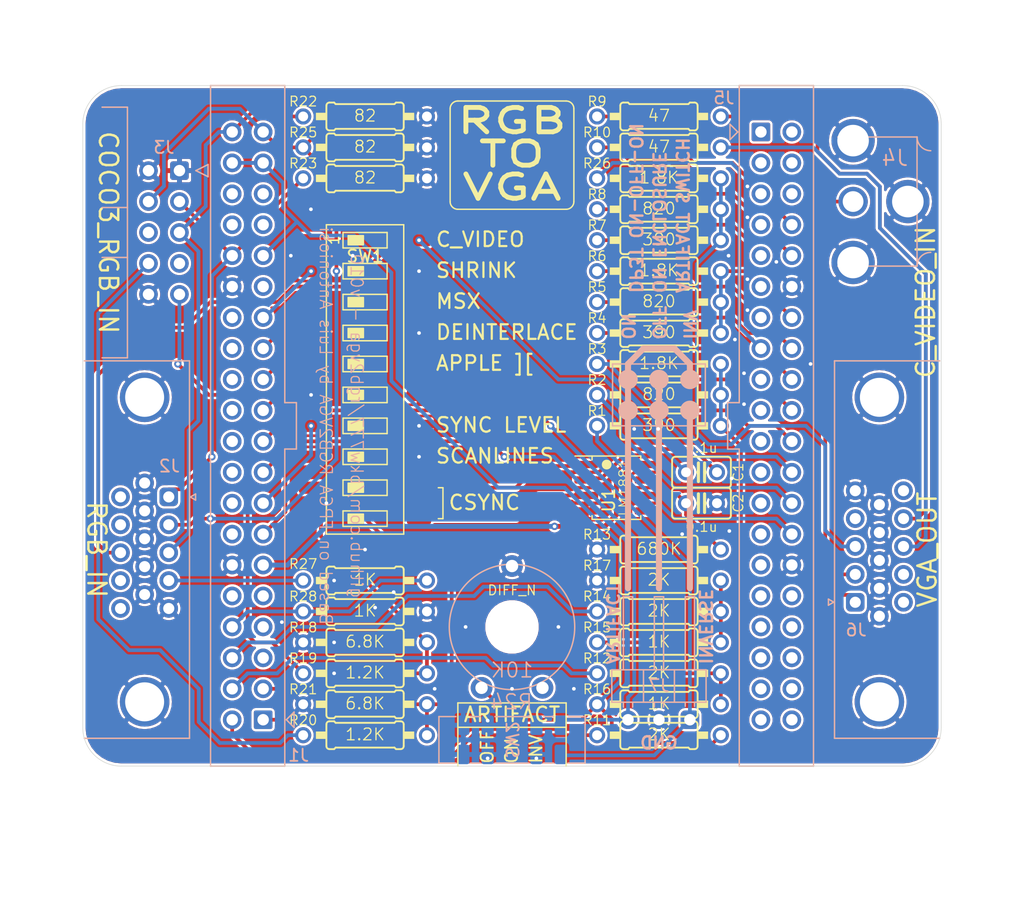
<source format=kicad_pcb>
(kicad_pcb (version 20171130) (host pcbnew 5.99.0+really5.1.10+dfsg1-1)
  (title_block (title "DE0-NANO RGB2VGA") (date 2022-01-16) (rev 010) (company "Brian K. White - b.kenyon.w@gmail.com") (comment 1 "Original Design: Luis Antoniosi"))
  (layers (0 Top signal) (31 Bottom signal) (34 B.Paste user hide) (35 F.Paste user hide) (36 B.SilkS user) (37 F.SilkS user) (38 B.Mask user) (39 F.Mask user) (44 Edge.Cuts user))
  (net 0 "")
  (net 1 GND)
  (net 2 /RSET)
  (net 3 /DIFF_N)
  (net 4 +5V)
  (net 5 /_BRIGHT)
  (net 6 /D0)
  (net 7 /D1)
  (net 8 /_VSYNC)
  (net 9 /D2)
  (net 10 /_HSYNC)
  (net 11 /R2)
  (net 12 /R1)
  (net 13 /R0)
  (net 14 /G2)
  (net 15 /G1)
  (net 16 /G0)
  (net 17 /B1)
  (net 18 /B2)
  (net 19 /B0)
  (net 20 /HS)
  (net 21 /VS)
  (net 22 "Net-(R12-Pad2)")
  (net 23 "Net-(R14-Pad2)")
  (net 24 "Net-(C1-Pad2)")
  (net 25 /SW_SHRINK)
  (net 26 /SW_MSX)
  (net 27 /SW_DEINT)
  (net 28 /SW_APPLE_][)
  (net 29 /SW_ARTIF_INV)
  (net 30 /SW_ARTIFACT)
  (net 31 /SW_SYNC_LVL)
  (net 32 /SW_SCANLINE)
  (net 33 /SW_C_HS)
  (net 34 /SW_C_VS)
  (net 35 /VGA_V)
  (net 36 /VGA_H)
  (net 37 /VGA_B)
  (net 38 /VGA_G)
  (net 39 /VGA_R)
  (net 40 /RGB_CS)
  (net 41 /RGB_B)
  (net 42 /RGB_G)
  (net 43 /RGB_R)
  (net 44 /RGB_BR)
  (net 45 /RGB_H)
  (net 46 /RGB_V)
  (module 000_LOCAL:DE0-Nano_bare (layer Top) (at 143.1925 103.652 270)
    (fp_text reference REF** hide)
    (fp_text value DE0-Nano_bare)
  )
  (module 000_LOCAL:C025-025X050 (layer Top) (at 158.75 107.315)
    (fp_text reference C2 (at 3.4925 0 90 unlocked) (layer F.SilkS) (effects (font (size 0.8 0.8) (thickness 0.1)) (justify bottom)))
    (fp_text value 0.1u (at 0 2.413 unlocked) (layer F.SilkS) (effects (font (size 0.8 0.8) (thickness 0.1)) (justify bottom)))
    (pad 2 thru_hole circle (at 1.27 0) (size 1.3208 1.3208) (drill 0.8128) (layers *.Cu *.Mask) (net 1 GND))
    (pad 1 thru_hole circle (at -1.27 0) (size 1.3208 1.3208) (drill 0.8128) (layers *.Cu *.Mask) (net 2 /RSET))
  )
  (module 000_LOCAL:C025-025X050 (layer Top) (at 158.75 104.775)
    (fp_text reference C1 (at 3.4925 0 90 unlocked) (layer F.SilkS) (effects (font (size 0.8 0.8) (thickness 0.1)) (justify bottom)))
    (fp_text value 0.1u (at 0 -1.524 unlocked) (layer F.SilkS) (effects (font (size 0.8 0.8) (thickness 0.1)) (justify bottom)))
    (pad 2 thru_hole circle (at 1.27 0) (size 1.3208 1.3208) (drill 0.8128) (layers *.Cu *.Mask) (net 24 "Net-(C1-Pad2)"))
    (pad 1 thru_hole circle (at -1.27 0) (size 1.3208 1.3208) (drill 0.8128) (layers *.Cu *.Mask) (net 40 /RGB_CS))
  )
  (module 000_LOCAL:0207_10 (layer Top) (at 131.1275 126.365)
    (fp_text reference R20 (at -5.08 -0.762 unlocked) (layer F.SilkS) (effects (font (size 0.8 0.8) (thickness 0.1)) (justify bottom)))
    (fp_text value 1.2K (at 0 0.5 unlocked) (layer F.SilkS) (effects (font (size 0.9652 0.9652) (thickness 0.1016)) (justify bottom)))
    (pad 2 thru_hole circle (at 5.08 0) (size 1.3208 1.3208) (drill 0.8128) (layers *.Cu *.Mask) (net 10 /_HSYNC))
    (pad 1 thru_hole circle (at -5.08 0) (size 1.3208 1.3208) (drill 0.8128) (layers *.Cu *.Mask) (net 45 /RGB_H))
  )
  (module 000_LOCAL:0207_10 (layer Top) (at 131.1275 123.825)
    (fp_text reference R21 (at -5.08 -0.762 unlocked) (layer F.SilkS) (effects (font (size 0.8 0.8) (thickness 0.1)) (justify bottom)))
    (fp_text value 6.8K (at 0 0.5 unlocked) (layer F.SilkS) (effects (font (size 0.9652 0.9652) (thickness 0.1016)) (justify bottom)))
    (pad 2 thru_hole circle (at 5.08 0) (size 1.3208 1.3208) (drill 0.8128) (layers *.Cu *.Mask) (net 10 /_HSYNC))
    (pad 1 thru_hole circle (at -5.08 0) (size 1.3208 1.3208) (drill 0.8128) (layers *.Cu *.Mask) (net 1 GND))
  )
  (module 000_LOCAL:0207_10 (layer Top) (at 131.1275 121.285)
    (fp_text reference R19 (at -5.08 -0.762 unlocked) (layer F.SilkS) (effects (font (size 0.8 0.8) (thickness 0.1)) (justify bottom)))
    (fp_text value 1.2K (at 0 0.5 unlocked) (layer F.SilkS) (effects (font (size 0.9652 0.9652) (thickness 0.1016)) (justify bottom)))
    (pad 2 thru_hole circle (at 5.08 0) (size 1.3208 1.3208) (drill 0.8128) (layers *.Cu *.Mask) (net 8 /_VSYNC))
    (pad 1 thru_hole circle (at -5.08 0) (size 1.3208 1.3208) (drill 0.8128) (layers *.Cu *.Mask) (net 46 /RGB_V))
  )
  (module 000_LOCAL:0207_10 (layer Top) (at 131.1275 116.205)
    (fp_text reference R28 (at -5.08 -0.762 unlocked) (layer F.SilkS) (effects (font (size 0.8 0.8) (thickness 0.1)) (justify bottom)))
    (fp_text value 1K (at 0 0.5 unlocked) (layer F.SilkS) (effects (font (size 0.9652 0.9652) (thickness 0.1016)) (justify bottom)))
    (pad 2 thru_hole circle (at 5.08 0) (size 1.3208 1.3208) (drill 0.8128) (layers *.Cu *.Mask) (net 1 GND))
    (pad 1 thru_hole circle (at -5.08 0) (size 1.3208 1.3208) (drill 0.8128) (layers *.Cu *.Mask) (net 5 /_BRIGHT))
  )
  (module 000_LOCAL:0207_10 (layer Top) (at 131.1275 113.665)
    (fp_text reference R27 (at -5.08 -0.889 unlocked) (layer F.SilkS) (effects (font (size 0.8 0.8) (thickness 0.1)) (justify bottom)))
    (fp_text value 1K (at 0 0.5 unlocked) (layer F.SilkS) (effects (font (size 0.9652 0.9652) (thickness 0.1016)) (justify bottom)))
    (pad 2 thru_hole circle (at 5.08 0) (size 1.3208 1.3208) (drill 0.8128) (layers *.Cu *.Mask) (net 5 /_BRIGHT))
    (pad 1 thru_hole circle (at -5.08 0) (size 1.3208 1.3208) (drill 0.8128) (layers *.Cu *.Mask) (net 44 /RGB_BR))
  )
  (module 000_LOCAL:0207_10 (layer Top) (at 131.1275 80.645)
    (fp_text reference R23 (at -5.08 -0.762 unlocked) (layer F.SilkS) (effects (font (size 0.8 0.8) (thickness 0.1)) (justify bottom)))
    (fp_text value 82 (at 0 0.5 unlocked) (layer F.SilkS) (effects (font (size 0.9652 0.9652) (thickness 0.1016)) (justify bottom)))
    (pad 2 thru_hole circle (at 5.08 0) (size 1.3208 1.3208) (drill 0.8128) (layers *.Cu *.Mask) (net 1 GND))
    (pad 1 thru_hole circle (at -5.08 0) (size 1.3208 1.3208) (drill 0.8128) (layers *.Cu *.Mask) (net 43 /RGB_R))
  )
  (module 000_LOCAL:0207_10 (layer Top) (at 131.1275 78.105)
    (fp_text reference R25 (at -5.08 -0.762 unlocked) (layer F.SilkS) (effects (font (size 0.8 0.8) (thickness 0.1)) (justify bottom)))
    (fp_text value 82 (at 0 0.5 unlocked) (layer F.SilkS) (effects (font (size 0.9652 0.9652) (thickness 0.1016)) (justify bottom)))
    (pad 2 thru_hole circle (at 5.08 0) (size 1.3208 1.3208) (drill 0.8128) (layers *.Cu *.Mask) (net 1 GND))
    (pad 1 thru_hole circle (at -5.08 0) (size 1.3208 1.3208) (drill 0.8128) (layers *.Cu *.Mask) (net 42 /RGB_G))
  )
  (module 000_LOCAL:0207_10 (layer Top) (at 131.1275 75.565)
    (fp_text reference R22 (at -5.08 -0.762 unlocked) (layer F.SilkS) (effects (font (size 0.8 0.8) (thickness 0.1)) (justify bottom)))
    (fp_text value 82 (at 0 0.5 unlocked) (layer F.SilkS) (effects (font (size 0.9652 0.9652) (thickness 0.1016)) (justify bottom)))
    (pad 2 thru_hole circle (at 5.08 0) (size 1.3208 1.3208) (drill 0.8128) (layers *.Cu *.Mask) (net 1 GND))
    (pad 1 thru_hole circle (at -5.08 0) (size 1.3208 1.3208) (drill 0.8128) (layers *.Cu *.Mask) (net 41 /RGB_B))
  )
  (module 000_LOCAL:0207_10 (layer Top) (at 155.2575 75.565)
    (fp_text reference R9 (at -5.08 -0.762 unlocked) (layer F.SilkS) (effects (font (size 0.8 0.8) (thickness 0.1)) (justify bottom)))
    (fp_text value 47 (at 0 0.5 unlocked) (layer F.SilkS) (effects (font (size 0.9652 0.9652) (thickness 0.1016)) (justify bottom)))
    (pad 2 thru_hole circle (at 5.08 0) (size 1.3208 1.3208) (drill 0.8128) (layers *.Cu *.Mask) (net 35 /VGA_V))
    (pad 1 thru_hole circle (at -5.08 0) (size 1.3208 1.3208) (drill 0.8128) (layers *.Cu *.Mask) (net 21 /VS))
  )
  (module 000_LOCAL:0207_10 (layer Top) (at 155.2575 78.105)
    (fp_text reference R10 (at -5.08 -0.762 unlocked) (layer F.SilkS) (effects (font (size 0.8 0.8) (thickness 0.1)) (justify bottom)))
    (fp_text value 47 (at 0 0.5 unlocked) (layer F.SilkS) (effects (font (size 0.9652 0.9652) (thickness 0.1016)) (justify bottom)))
    (pad 2 thru_hole circle (at 5.08 0) (size 1.3208 1.3208) (drill 0.8128) (layers *.Cu *.Mask) (net 36 /VGA_H))
    (pad 1 thru_hole circle (at -5.08 0) (size 1.3208 1.3208) (drill 0.8128) (layers *.Cu *.Mask) (net 20 /HS))
  )
  (module 000_LOCAL:0207_10 (layer Top) (at 155.2575 80.645)
    (fp_text reference R26 (at -5.08 -0.762 unlocked) (layer F.SilkS) (effects (font (size 0.8 0.8) (thickness 0.1)) (justify bottom)))
    (fp_text value 1.8K (at 0 0.5 unlocked) (layer F.SilkS) (effects (font (size 0.9652 0.9652) (thickness 0.1016)) (justify bottom)))
    (pad 2 thru_hole circle (at 5.08 0) (size 1.3208 1.3208) (drill 0.8128) (layers *.Cu *.Mask) (net 37 /VGA_B))
    (pad 1 thru_hole circle (at -5.08 0) (size 1.3208 1.3208) (drill 0.8128) (layers *.Cu *.Mask) (net 19 /B0))
  )
  (module 000_LOCAL:0207_10 (layer Top) (at 155.2575 83.185)
    (fp_text reference R8 (at -5.08 -0.762 unlocked) (layer F.SilkS) (effects (font (size 0.8 0.8) (thickness 0.1)) (justify bottom)))
    (fp_text value 820 (at 0 0.5 unlocked) (layer F.SilkS) (effects (font (size 0.9652 0.9652) (thickness 0.1016)) (justify bottom)))
    (pad 2 thru_hole circle (at 5.08 0) (size 1.3208 1.3208) (drill 0.8128) (layers *.Cu *.Mask) (net 37 /VGA_B))
    (pad 1 thru_hole circle (at -5.08 0) (size 1.3208 1.3208) (drill 0.8128) (layers *.Cu *.Mask) (net 17 /B1))
  )
  (module 000_LOCAL:0207_10 (layer Top) (at 155.2575 85.725)
    (fp_text reference R7 (at -5.08 -0.762 unlocked) (layer F.SilkS) (effects (font (size 0.8 0.8) (thickness 0.1)) (justify bottom)))
    (fp_text value 390 (at 0 0.5 unlocked) (layer F.SilkS) (effects (font (size 0.9652 0.9652) (thickness 0.1016)) (justify bottom)))
    (pad 2 thru_hole circle (at 5.08 0) (size 1.3208 1.3208) (drill 0.8128) (layers *.Cu *.Mask) (net 37 /VGA_B))
    (pad 1 thru_hole circle (at -5.08 0) (size 1.3208 1.3208) (drill 0.8128) (layers *.Cu *.Mask) (net 18 /B2))
  )
  (module 000_LOCAL:0207_10 (layer Top) (at 155.2575 88.265)
    (fp_text reference R6 (at -5.08 -0.762 unlocked) (layer F.SilkS) (effects (font (size 0.8 0.8) (thickness 0.1)) (justify bottom)))
    (fp_text value 1.8K (at 0 0.5 unlocked) (layer F.SilkS) (effects (font (size 0.9652 0.9652) (thickness 0.1016)) (justify bottom)))
    (pad 2 thru_hole circle (at 5.08 0) (size 1.3208 1.3208) (drill 0.8128) (layers *.Cu *.Mask) (net 38 /VGA_G))
    (pad 1 thru_hole circle (at -5.08 0) (size 1.3208 1.3208) (drill 0.8128) (layers *.Cu *.Mask) (net 16 /G0))
  )
  (module 000_LOCAL:0207_10 (layer Top) (at 155.2575 90.805)
    (fp_text reference R5 (at -5.08 -0.762 unlocked) (layer F.SilkS) (effects (font (size 0.8 0.8) (thickness 0.1)) (justify bottom)))
    (fp_text value 820 (at 0 0.5 unlocked) (layer F.SilkS) (effects (font (size 0.9652 0.9652) (thickness 0.1016)) (justify bottom)))
    (pad 2 thru_hole circle (at 5.08 0) (size 1.3208 1.3208) (drill 0.8128) (layers *.Cu *.Mask) (net 38 /VGA_G))
    (pad 1 thru_hole circle (at -5.08 0) (size 1.3208 1.3208) (drill 0.8128) (layers *.Cu *.Mask) (net 15 /G1))
  )
  (module 000_LOCAL:0207_10 (layer Top) (at 155.2575 93.345)
    (fp_text reference R4 (at -5.08 -0.762 unlocked) (layer F.SilkS) (effects (font (size 0.8 0.8) (thickness 0.1)) (justify bottom)))
    (fp_text value 390 (at 0 0.5 unlocked) (layer F.SilkS) (effects (font (size 0.9652 0.9652) (thickness 0.1016)) (justify bottom)))
    (pad 2 thru_hole circle (at 5.08 0) (size 1.3208 1.3208) (drill 0.8128) (layers *.Cu *.Mask) (net 38 /VGA_G))
    (pad 1 thru_hole circle (at -5.08 0) (size 1.3208 1.3208) (drill 0.8128) (layers *.Cu *.Mask) (net 14 /G2))
  )
  (module 000_LOCAL:0207_10 (layer Top) (at 155.2575 95.885)
    (fp_text reference R3 (at -5.08 -0.762 unlocked) (layer F.SilkS) (effects (font (size 0.8 0.8) (thickness 0.1)) (justify bottom)))
    (fp_text value 1.8K (at 0 0.5 unlocked) (layer F.SilkS) (effects (font (size 0.9652 0.9652) (thickness 0.1016)) (justify bottom)))
    (pad 2 thru_hole circle (at 5.08 0) (size 1.3208 1.3208) (drill 0.8128) (layers *.Cu *.Mask) (net 39 /VGA_R))
    (pad 1 thru_hole circle (at -5.08 0) (size 1.3208 1.3208) (drill 0.8128) (layers *.Cu *.Mask) (net 13 /R0))
  )
  (module 000_LOCAL:0207_10 (layer Top) (at 155.2575 98.425)
    (fp_text reference R2 (at -5.08 -0.762 unlocked) (layer F.SilkS) (effects (font (size 0.8 0.8) (thickness 0.1)) (justify bottom)))
    (fp_text value 820 (at 0 0.5 unlocked) (layer F.SilkS) (effects (font (size 0.9652 0.9652) (thickness 0.1016)) (justify bottom)))
    (pad 2 thru_hole circle (at 5.08 0) (size 1.3208 1.3208) (drill 0.8128) (layers *.Cu *.Mask) (net 39 /VGA_R))
    (pad 1 thru_hole circle (at -5.08 0) (size 1.3208 1.3208) (drill 0.8128) (layers *.Cu *.Mask) (net 12 /R1))
  )
  (module 000_LOCAL:0207_10 (layer Top) (at 155.2575 100.965)
    (fp_text reference R1 (at -5.08 -0.762 unlocked) (layer F.SilkS) (effects (font (size 0.8 0.8) (thickness 0.1)) (justify bottom)))
    (fp_text value 390 (at 0 0.5 unlocked) (layer F.SilkS) (effects (font (size 0.9652 0.9652) (thickness 0.1016)) (justify bottom)))
    (pad 2 thru_hole circle (at 5.08 0) (size 1.3208 1.3208) (drill 0.8128) (layers *.Cu *.Mask) (net 39 /VGA_R))
    (pad 1 thru_hole circle (at -5.08 0) (size 1.3208 1.3208) (drill 0.8128) (layers *.Cu *.Mask) (net 11 /R2))
  )
  (module 000_LOCAL:0207_10 (layer Top) (at 155.2575 111.125)
    (fp_text reference R13 (at -5.08 -0.762 unlocked) (layer F.SilkS) (effects (font (size 0.8 0.8) (thickness 0.1)) (justify bottom)))
    (fp_text value 680K (at 0 0.5 unlocked) (layer F.SilkS) (effects (font (size 0.9652 0.9652) (thickness 0.1016)) (justify bottom)))
    (pad 2 thru_hole circle (at 5.08 0) (size 1.3208 1.3208) (drill 0.8128) (layers *.Cu *.Mask) (net 2 /RSET))
    (pad 1 thru_hole circle (at -5.08 0) (size 1.3208 1.3208) (drill 0.8128) (layers *.Cu *.Mask) (net 1 GND))
  )
  (module 000_LOCAL:0207_10 (layer Top) (at 155.2575 113.665)
    (fp_text reference R17 (at -5.08 -0.762 unlocked) (layer F.SilkS) (effects (font (size 0.8 0.8) (thickness 0.1)) (justify bottom)))
    (fp_text value 2K (at 0 0.5 unlocked) (layer F.SilkS) (effects (font (size 0.9652 0.9652) (thickness 0.1016)) (justify bottom)))
    (pad 2 thru_hole circle (at 5.08 0) (size 1.3208 1.3208) (drill 0.8128) (layers *.Cu *.Mask) (net 23 "Net-(R14-Pad2)"))
    (pad 1 thru_hole circle (at -5.08 0) (size 1.3208 1.3208) (drill 0.8128) (layers *.Cu *.Mask) (net 1 GND))
  )
  (module 000_LOCAL:0207_10 (layer Top) (at 155.2575 116.205)
    (fp_text reference R14 (at -5.08 -0.762 unlocked) (layer F.SilkS) (effects (font (size 0.8 0.8) (thickness 0.1)) (justify bottom)))
    (fp_text value 2K (at 0 0.5 unlocked) (layer F.SilkS) (effects (font (size 0.9652 0.9652) (thickness 0.1016)) (justify bottom)))
    (pad 2 thru_hole circle (at 5.08 0) (size 1.3208 1.3208) (drill 0.8128) (layers *.Cu *.Mask) (net 23 "Net-(R14-Pad2)"))
    (pad 1 thru_hole circle (at -5.08 0) (size 1.3208 1.3208) (drill 0.8128) (layers *.Cu *.Mask) (net 6 /D0))
  )
  (module 000_LOCAL:0207_10 (layer Top) (at 155.2575 118.745)
    (fp_text reference R15 (at -5.08 -0.762 unlocked) (layer F.SilkS) (effects (font (size 0.8 0.8) (thickness 0.1)) (justify bottom)))
    (fp_text value 1K (at 0 0.5 unlocked) (layer F.SilkS) (effects (font (size 0.9652 0.9652) (thickness 0.1016)) (justify bottom)))
    (pad 2 thru_hole circle (at 5.08 0) (size 1.3208 1.3208) (drill 0.8128) (layers *.Cu *.Mask) (net 23 "Net-(R14-Pad2)"))
    (pad 1 thru_hole circle (at -5.08 0) (size 1.3208 1.3208) (drill 0.8128) (layers *.Cu *.Mask) (net 22 "Net-(R12-Pad2)"))
  )
  (module 000_LOCAL:0207_10 (layer Top) (at 155.2575 121.285)
    (fp_text reference R12 (at -5.08 -0.762 unlocked) (layer F.SilkS) (effects (font (size 0.8 0.8) (thickness 0.1)) (justify bottom)))
    (fp_text value 2K (at 0 0.5 unlocked) (layer F.SilkS) (effects (font (size 0.9652 0.9652) (thickness 0.1016)) (justify bottom)))
    (pad 2 thru_hole circle (at 5.08 0) (size 1.3208 1.3208) (drill 0.8128) (layers *.Cu *.Mask) (net 22 "Net-(R12-Pad2)"))
    (pad 1 thru_hole circle (at -5.08 0) (size 1.3208 1.3208) (drill 0.8128) (layers *.Cu *.Mask) (net 7 /D1))
  )
  (module 000_LOCAL:0207_10 (layer Top) (at 155.2575 123.825)
    (fp_text reference R16 (at -5.08 -0.762 unlocked) (layer F.SilkS) (effects (font (size 0.8 0.8) (thickness 0.1)) (justify bottom)))
    (fp_text value 1K (at 0 0.5 unlocked) (layer F.SilkS) (effects (font (size 0.9652 0.9652) (thickness 0.1016)) (justify bottom)))
    (pad 2 thru_hole circle (at 5.08 0) (size 1.3208 1.3208) (drill 0.8128) (layers *.Cu *.Mask) (net 22 "Net-(R12-Pad2)"))
    (pad 1 thru_hole circle (at -5.08 0) (size 1.3208 1.3208) (drill 0.8128) (layers *.Cu *.Mask) (net 3 /DIFF_N))
  )
  (module 000_LOCAL:0207_10 (layer Top) (at 155.2575 126.365)
    (fp_text reference R11 (at -5.08 -0.762 unlocked) (layer F.SilkS) (effects (font (size 0.8 0.8) (thickness 0.1)) (justify bottom)))
    (fp_text value 2K (at 0 0.5 unlocked) (layer F.SilkS) (effects (font (size 0.9652 0.9652) (thickness 0.1016)) (justify bottom)))
    (pad 2 thru_hole circle (at 5.08 0) (size 1.3208 1.3208) (drill 0.8128) (layers *.Cu *.Mask) (net 3 /DIFF_N))
    (pad 1 thru_hole circle (at -5.08 0) (size 1.3208 1.3208) (drill 0.8128) (layers *.Cu *.Mask) (net 9 /D2))
  )
  (module 000_LOCAL:PinHeader_1x03_P2.54mm_Horizontal (layer Bottom) (at 157.7975 125.095 90)
    (fp_text reference J7 (at 2.794 -2.54 180) (layer B.SilkS) (effects (justify mirror)))
    (fp_text value Conn_01x03_Male)
    (pad 3 thru_hole circle (at 0 -5.08 90) (size 1.524 1.524) (drill 0.9398) (layers *.Cu *.Mask) (net 30 /SW_ARTIFACT))
    (pad 2 thru_hole circle (at 0 -2.54 90) (size 1.524 1.524) (drill 0.9398) (layers *.Cu *.Mask) (net 1 GND))
    (pad 1 thru_hole roundrect (at 0 0 90) (size 1.524 1.524) (drill 0.9398) (layers *.Cu *.Mask) (net 29 /SW_ARTIF_INV))
  )
  (module 000_LOCAL:0207_10 (layer Top) (at 131.1275 118.745)
    (fp_text reference R18 (at -5.08 -0.762 unlocked) (layer F.SilkS) (effects (font (size 0.8 0.8) (thickness 0.1)) (justify bottom)))
    (fp_text value 6.8K (at 0 0.5 unlocked) (layer F.SilkS) (effects (font (size 0.9652 0.9652) (thickness 0.1016)) (justify bottom)))
    (pad 2 thru_hole circle (at 5.08 0) (size 1.3208 1.3208) (drill 0.8128) (layers *.Cu *.Mask) (net 8 /_VSYNC))
    (pad 1 thru_hole circle (at -5.08 0) (size 1.3208 1.3208) (drill 0.8128) (layers *.Cu *.Mask) (net 1 GND))
  )
  (module 000_LOCAL:PinSocket_2x20_P2.54mm_Polarized_Vertical (layer Bottom) (at 163.6286 76.835 180)
    (fp_text reference J5 (at 3.0371 2.794) (layer B.SilkS) (effects (justify mirror)))
    (fp_text value GPIO_1)
    (pad 40 thru_hole circle (at -2.54 -48.26 180) (size 1.524 1.524) (drill 0.9398) (layers *.Cu *.Mask))
    (pad 39 thru_hole circle (at 0 -48.26 180) (size 1.524 1.524) (drill 0.9398) (layers *.Cu *.Mask))
    (pad 38 thru_hole circle (at -2.54 -45.72 180) (size 1.524 1.524) (drill 0.9398) (layers *.Cu *.Mask))
    (pad 37 thru_hole circle (at 0 -45.72 180) (size 1.524 1.524) (drill 0.9398) (layers *.Cu *.Mask))
    (pad 36 thru_hole circle (at -2.54 -43.18 180) (size 1.524 1.524) (drill 0.9398) (layers *.Cu *.Mask))
    (pad 35 thru_hole circle (at 0 -43.18 180) (size 1.524 1.524) (drill 0.9398) (layers *.Cu *.Mask))
    (pad 34 thru_hole circle (at -2.54 -40.64 180) (size 1.524 1.524) (drill 0.9398) (layers *.Cu *.Mask))
    (pad 33 thru_hole circle (at 0 -40.64 180) (size 1.524 1.524) (drill 0.9398) (layers *.Cu *.Mask))
    (pad 32 thru_hole circle (at -2.54 -38.1 180) (size 1.524 1.524) (drill 0.9398) (layers *.Cu *.Mask))
    (pad 31 thru_hole circle (at 0 -38.1 180) (size 1.524 1.524) (drill 0.9398) (layers *.Cu *.Mask))
    (pad 30 thru_hole circle (at -2.54 -35.56 180) (size 1.524 1.524) (drill 0.9398) (layers *.Cu *.Mask) (net 1 GND))
    (pad 29 thru_hole circle (at 0 -35.56 180) (size 1.524 1.524) (drill 0.9398) (layers *.Cu *.Mask))
    (pad 28 thru_hole circle (at -2.54 -33.02 180) (size 1.524 1.524) (drill 0.9398) (layers *.Cu *.Mask) (net 11 /R2))
    (pad 27 thru_hole circle (at 0 -33.02 180) (size 1.524 1.524) (drill 0.9398) (layers *.Cu *.Mask))
    (pad 26 thru_hole circle (at -2.54 -30.48 180) (size 1.524 1.524) (drill 0.9398) (layers *.Cu *.Mask) (net 12 /R1))
    (pad 25 thru_hole circle (at 0 -30.48 180) (size 1.524 1.524) (drill 0.9398) (layers *.Cu *.Mask))
    (pad 24 thru_hole circle (at -2.54 -27.94 180) (size 1.524 1.524) (drill 0.9398) (layers *.Cu *.Mask) (net 13 /R0))
    (pad 23 thru_hole circle (at 0 -27.94 180) (size 1.524 1.524) (drill 0.9398) (layers *.Cu *.Mask))
    (pad 22 thru_hole circle (at -2.54 -25.4 180) (size 1.524 1.524) (drill 0.9398) (layers *.Cu *.Mask) (net 14 /G2))
    (pad 21 thru_hole circle (at 0 -25.4 180) (size 1.524 1.524) (drill 0.9398) (layers *.Cu *.Mask))
    (pad 20 thru_hole circle (at -2.54 -22.86 180) (size 1.524 1.524) (drill 0.9398) (layers *.Cu *.Mask) (net 15 /G1))
    (pad 19 thru_hole circle (at 0 -22.86 180) (size 1.524 1.524) (drill 0.9398) (layers *.Cu *.Mask))
    (pad 18 thru_hole circle (at -2.54 -20.32 180) (size 1.524 1.524) (drill 0.9398) (layers *.Cu *.Mask) (net 16 /G0))
    (pad 17 thru_hole circle (at 0 -20.32 180) (size 1.524 1.524) (drill 0.9398) (layers *.Cu *.Mask))
    (pad 16 thru_hole circle (at -2.54 -17.78 180) (size 1.524 1.524) (drill 0.9398) (layers *.Cu *.Mask) (net 18 /B2))
    (pad 15 thru_hole circle (at 0 -17.78 180) (size 1.524 1.524) (drill 0.9398) (layers *.Cu *.Mask) (net 19 /B0))
    (pad 14 thru_hole circle (at -2.54 -15.24 180) (size 1.524 1.524) (drill 0.9398) (layers *.Cu *.Mask) (net 17 /B1))
    (pad 13 thru_hole circle (at 0 -15.24 180) (size 1.524 1.524) (drill 0.9398) (layers *.Cu *.Mask))
    (pad 12 thru_hole circle (at -2.54 -12.7 180) (size 1.524 1.524) (drill 0.9398) (layers *.Cu *.Mask) (net 1 GND))
    (pad 11 thru_hole circle (at 0 -12.7 180) (size 1.524 1.524) (drill 0.9398) (layers *.Cu *.Mask))
    (pad 10 thru_hole circle (at -2.54 -10.16 180) (size 1.524 1.524) (drill 0.9398) (layers *.Cu *.Mask) (net 20 /HS))
    (pad 9 thru_hole circle (at 0 -10.16 180) (size 1.524 1.524) (drill 0.9398) (layers *.Cu *.Mask))
    (pad 8 thru_hole circle (at -2.54 -7.62 180) (size 1.524 1.524) (drill 0.9398) (layers *.Cu *.Mask) (net 21 /VS))
    (pad 7 thru_hole circle (at 0 -7.62 180) (size 1.524 1.524) (drill 0.9398) (layers *.Cu *.Mask))
    (pad 6 thru_hole circle (at -2.54 -5.08 180) (size 1.524 1.524) (drill 0.9398) (layers *.Cu *.Mask))
    (pad 5 thru_hole circle (at 0 -5.08 180) (size 1.524 1.524) (drill 0.9398) (layers *.Cu *.Mask))
    (pad 4 thru_hole circle (at -2.54 -2.54 180) (size 1.524 1.524) (drill 0.9398) (layers *.Cu *.Mask))
    (pad 3 thru_hole circle (at 0 -2.54 180) (size 1.524 1.524) (drill 0.9398) (layers *.Cu *.Mask))
    (pad 2 thru_hole circle (at -2.54 0 180) (size 1.524 1.524) (drill 0.9398) (layers *.Cu *.Mask))
    (pad 1 thru_hole roundrect (at 0 0 180) (size 1.524 1.524) (drill 0.9398) (layers *.Cu *.Mask) (roundrect_rratio 0.1))
  )
  (module 000_LOCAL:PinSocket_2x20_P2.54mm_Polarized_Vertical (layer Bottom) (at 122.76 125.095)
    (fp_text reference J1 (at 2.9065 2.921) (layer B.SilkS) (effects (justify mirror)))
    (fp_text value GPIO_0)
    (pad 40 thru_hole circle (at -2.54 -48.26) (size 1.524 1.524) (drill 0.9398) (layers *.Cu *.Mask) (net 41 /RGB_B))
    (pad 39 thru_hole circle (at 0 -48.26) (size 1.524 1.524) (drill 0.9398) (layers *.Cu *.Mask) (net 42 /RGB_G))
    (pad 38 thru_hole circle (at -2.54 -45.72) (size 1.524 1.524) (drill 0.9398) (layers *.Cu *.Mask) (net 3 /DIFF_N))
    (pad 37 thru_hole circle (at 0 -45.72) (size 1.524 1.524) (drill 0.9398) (layers *.Cu *.Mask) (net 3 /DIFF_N))
    (pad 36 thru_hole circle (at -2.54 -43.18) (size 1.524 1.524) (drill 0.9398) (layers *.Cu *.Mask))
    (pad 35 thru_hole circle (at 0 -43.18) (size 1.524 1.524) (drill 0.9398) (layers *.Cu *.Mask))
    (pad 34 thru_hole circle (at -2.54 -40.64) (size 1.524 1.524) (drill 0.9398) (layers *.Cu *.Mask))
    (pad 33 thru_hole circle (at 0 -40.64) (size 1.524 1.524) (drill 0.9398) (layers *.Cu *.Mask))
    (pad 32 thru_hole circle (at -2.54 -38.1) (size 1.524 1.524) (drill 0.9398) (layers *.Cu *.Mask) (net 43 /RGB_R))
    (pad 31 thru_hole circle (at 0 -38.1) (size 1.524 1.524) (drill 0.9398) (layers *.Cu *.Mask) (net 3 /DIFF_N))
    (pad 30 thru_hole circle (at -2.54 -35.56) (size 1.524 1.524) (drill 0.9398) (layers *.Cu *.Mask) (net 1 GND))
    (pad 29 thru_hole circle (at 0 -35.56) (size 1.524 1.524) (drill 0.9398) (layers *.Cu *.Mask))
    (pad 28 thru_hole circle (at -2.54 -33.02) (size 1.524 1.524) (drill 0.9398) (layers *.Cu *.Mask))
    (pad 27 thru_hole circle (at 0 -33.02) (size 1.524 1.524) (drill 0.9398) (layers *.Cu *.Mask) (net 25 /SW_SHRINK))
    (pad 26 thru_hole circle (at -2.54 -30.48) (size 1.524 1.524) (drill 0.9398) (layers *.Cu *.Mask))
    (pad 25 thru_hole circle (at 0 -30.48) (size 1.524 1.524) (drill 0.9398) (layers *.Cu *.Mask) (net 26 /SW_MSX))
    (pad 24 thru_hole circle (at -2.54 -27.94) (size 1.524 1.524) (drill 0.9398) (layers *.Cu *.Mask))
    (pad 23 thru_hole circle (at 0 -27.94) (size 1.524 1.524) (drill 0.9398) (layers *.Cu *.Mask) (net 27 /SW_DEINT))
    (pad 22 thru_hole circle (at -2.54 -25.4) (size 1.524 1.524) (drill 0.9398) (layers *.Cu *.Mask))
    (pad 21 thru_hole circle (at 0 -25.4) (size 1.524 1.524) (drill 0.9398) (layers *.Cu *.Mask) (net 28 /SW_APPLE_][))
    (pad 20 thru_hole circle (at -2.54 -22.86) (size 1.524 1.524) (drill 0.9398) (layers *.Cu *.Mask))
    (pad 19 thru_hole circle (at 0 -22.86) (size 1.524 1.524) (drill 0.9398) (layers *.Cu *.Mask) (net 29 /SW_ARTIF_INV))
    (pad 18 thru_hole circle (at -2.54 -20.32) (size 1.524 1.524) (drill 0.9398) (layers *.Cu *.Mask))
    (pad 17 thru_hole circle (at 0 -20.32) (size 1.524 1.524) (drill 0.9398) (layers *.Cu *.Mask) (net 30 /SW_ARTIFACT))
    (pad 16 thru_hole circle (at -2.54 -17.78) (size 1.524 1.524) (drill 0.9398) (layers *.Cu *.Mask))
    (pad 15 thru_hole circle (at 0 -17.78) (size 1.524 1.524) (drill 0.9398) (layers *.Cu *.Mask) (net 31 /SW_SYNC_LVL))
    (pad 14 thru_hole circle (at -2.54 -15.24) (size 1.524 1.524) (drill 0.9398) (layers *.Cu *.Mask))
    (pad 13 thru_hole circle (at 0 -15.24) (size 1.524 1.524) (drill 0.9398) (layers *.Cu *.Mask) (net 32 /SW_SCANLINE))
    (pad 12 thru_hole circle (at -2.54 -12.7) (size 1.524 1.524) (drill 0.9398) (layers *.Cu *.Mask) (net 1 GND))
    (pad 11 thru_hole circle (at 0 -12.7) (size 1.524 1.524) (drill 0.9398) (layers *.Cu *.Mask) (net 4 +5V))
    (pad 10 thru_hole circle (at -2.54 -10.16) (size 1.524 1.524) (drill 0.9398) (layers *.Cu *.Mask))
    (pad 9 thru_hole circle (at 0 -10.16) (size 1.524 1.524) (drill 0.9398) (layers *.Cu *.Mask))
    (pad 8 thru_hole circle (at -2.54 -7.62) (size 1.524 1.524) (drill 0.9398) (layers *.Cu *.Mask) (net 5 /_BRIGHT))
    (pad 7 thru_hole circle (at 0 -7.62) (size 1.524 1.524) (drill 0.9398) (layers *.Cu *.Mask))
    (pad 6 thru_hole circle (at -2.54 -5.08) (size 1.524 1.524) (drill 0.9398) (layers *.Cu *.Mask) (net 6 /D0))
    (pad 5 thru_hole circle (at 0 -5.08) (size 1.524 1.524) (drill 0.9398) (layers *.Cu *.Mask))
    (pad 4 thru_hole circle (at -2.54 -2.54) (size 1.524 1.524) (drill 0.9398) (layers *.Cu *.Mask) (net 7 /D1))
    (pad 3 thru_hole circle (at 0 -2.54) (size 1.524 1.524) (drill 0.9398) (layers *.Cu *.Mask) (net 8 /_VSYNC))
    (pad 2 thru_hole circle (at -2.54 0) (size 1.524 1.524) (drill 0.9398) (layers *.Cu *.Mask) (net 9 /D2))
    (pad 1 thru_hole roundrect (at 0 0) (size 1.524 1.524) (drill 0.9398) (layers *.Cu *.Mask) (roundrect_rratio 0.1) (net 10 /_HSYNC))
  )
  (module 000_LOCAL:PT10Lx-hole (layer Bottom) (at 143.1925 117.475 180)
    (fp_text reference R24 (at 0.0635 -6.858 unlocked) (layer B.SilkS) (effects (font (size 1.2065 1.2065) (thickness 0.127)) (justify bottom mirror)))
    (fp_text value 10K (at 0 -4.2545 unlocked) (layer B.SilkS) (effects (font (size 1.2065 1.2065) (thickness 0.127)) (justify bottom mirror)))
    (pad "" np_thru_hole circle (at 0 0 180) (size 4 4) (drill 4) (layers *.Cu *.Mask))
    (pad 2 thru_hole circle (at 0 5 180) (size 1.778 1.778) (drill 1.016) (layers *.Cu *.Mask) (net 1 GND))
    (pad 3 thru_hole circle (at 2.5 -5 180) (size 1.778 1.778) (drill 1.016) (layers *.Cu *.Mask) (net 3 /DIFF_N))
    (pad 1 thru_hole circle (at -2.5 -5 180) (size 1.778 1.778) (drill 1.016) (layers *.Cu *.Mask))
  )
  (module 000_LOCAL:SW_DP3T_CK_JS203011JAQN (layer Bottom) (at 143.1925 126.746 180)
    (fp_text reference SW2 (at 0 0 -90 unlocked) (layer B.SilkS) (effects (justify mirror)))
    (fp_text value SW_DP3T)
    (pad 4 smd roundrect (at 4 -1.2 180) (size 1 1.6) (layers Bottom B.Paste B.Mask) (roundrect_rratio 0.18) (net 1 GND))
    (pad 8 smd roundrect (at 4 1.2 180) (size 1 1.6) (layers Bottom B.Paste B.Mask) (roundrect_rratio 0.18) (net 1 GND))
    (pad 7 smd roundrect (at 2 1.2 180) (size 1 1.6) (layers Bottom B.Paste B.Mask) (roundrect_rratio 0.18) (net 1 GND))
    (pad 6 smd roundrect (at -2 1.2 180) (size 1 1.6) (layers Bottom B.Paste B.Mask) (roundrect_rratio 0.18) (net 30 /SW_ARTIFACT))
    (pad 5 smd roundrect (at -4 1.2 180) (size 1 1.6) (layers Bottom B.Paste B.Mask) (roundrect_rratio 0.18) (net 30 /SW_ARTIFACT))
    (pad 3 smd roundrect (at 2 -1.2 180) (size 1 1.6) (layers Bottom B.Paste B.Mask) (roundrect_rratio 0.18) (net 1 GND))
    (pad 2 smd roundrect (at -2 -1.2 180) (size 1 1.6) (layers Bottom B.Paste B.Mask) (roundrect_rratio 0.18) (net 1 GND))
    (pad 1 smd roundrect (at -4 -1.2 180) (size 1 1.6) (layers Bottom B.Paste B.Mask) (roundrect_rratio 0.18) (net 29 /SW_ARTIF_INV))
  )
  (module 000_LOCAL:SW_DIP_SPSTx10_Slide_6.7_8.61_P2.54_LowProfile (layer Top) (at 131.1275 97.155)
    (fp_text reference SW1 (at 0 -10.1092) (layer F.SilkS))
    (fp_text value SW_DIP_x10)
    (fp_text user 1 (at -2.54 -11.43 -90) (layer F.SilkS) (effects (font (size 0.8128 0.8128) (thickness 0.127))))
    (pad 20 smd roundrect (at 4.432 -11.43) (size 2 1) (layers Top F.Paste F.Mask) (net 40 /RGB_CS))
    (pad 19 smd roundrect (at 4.432 -8.89) (size 2 1) (layers Top F.Paste F.Mask) (net 1 GND))
    (pad 18 smd roundrect (at 4.432 -6.35) (size 2 1) (layers Top F.Paste F.Mask) (net 1 GND))
    (pad 10 smd roundrect (at -4.432 11.43) (size 2 1) (layers Top F.Paste F.Mask) (net 8 /_VSYNC))
    (pad 17 smd roundrect (at 4.432 -3.81) (size 2 1) (layers Top F.Paste F.Mask) (net 1 GND))
    (pad 9 smd roundrect (at -4.432 8.89) (size 2 1) (layers Top F.Paste F.Mask) (net 10 /_HSYNC))
    (pad 16 smd roundrect (at 4.432 -1.27) (size 2 1) (layers Top F.Paste F.Mask) (net 1 GND))
    (pad 8 smd roundrect (at -4.432 6.35) (size 2 1) (layers Top F.Paste F.Mask) (net 32 /SW_SCANLINE))
    (pad 15 smd roundrect (at 4.432 1.27) (size 2 1) (layers Top F.Paste F.Mask) (net 1 GND))
    (pad 7 smd roundrect (at -4.432 3.81) (size 2 1) (layers Top F.Paste F.Mask) (net 31 /SW_SYNC_LVL))
    (pad 14 smd roundrect (at 4.432 3.81) (size 2 1) (layers Top F.Paste F.Mask) (net 1 GND))
    (pad 6 smd roundrect (at -4.432 1.27) (size 2 1) (layers Top F.Paste F.Mask) (net 1 GND))
    (pad 13 smd roundrect (at 4.432 6.35) (size 2 1) (layers Top F.Paste F.Mask) (net 1 GND))
    (pad 5 smd roundrect (at -4.432 -1.27) (size 2 1) (layers Top F.Paste F.Mask) (net 28 /SW_APPLE_][))
    (pad 12 smd roundrect (at 4.432 8.89) (size 2 1) (layers Top F.Paste F.Mask) (net 33 /SW_C_HS))
    (pad 4 smd roundrect (at -4.432 -3.81) (size 2 1) (layers Top F.Paste F.Mask) (net 27 /SW_DEINT))
    (pad 11 smd roundrect (at 4.432 11.43) (size 2 1) (layers Top F.Paste F.Mask) (net 34 /SW_C_VS))
    (pad 3 smd roundrect (at -4.432 -6.35) (size 2 1) (layers Top F.Paste F.Mask) (net 26 /SW_MSX))
    (pad 2 smd roundrect (at -4.432 -8.89) (size 2 1) (layers Top F.Paste F.Mask) (net 25 /SW_SHRINK))
    (pad 1 smd roundrect (at -4.432 -11.43) (size 2 1) (layers Top F.Paste F.Mask) (net 42 /RGB_G))
  )
  (module 000_LOCAL:IDC-Header_2x05_P2.54mm_Horizontal (layer Bottom) (at 115.8875 80.01 180)
    (fp_text reference J3 (at 1.27 1.905) (layer B.SilkS) (effects (justify mirror)))
    (fp_text value COCO3_RGB_IN (at 5.842 -5.08 270 unlocked) (layer F.SilkS) (effects (font (size 1.5 1.5) (thickness 0.2))))
    (pad 10 thru_hole circle (at 2.54 -10.16 180) (size 1.524 1.524) (drill 0.9398) (layers *.Cu *.Mask) (net 1 GND))
    (pad 8 thru_hole circle (at 2.54 -7.62 180) (size 1.524 1.524) (drill 0.9398) (layers *.Cu *.Mask) (net 45 /RGB_H))
    (pad 6 thru_hole circle (at 2.54 -5.08 180) (size 1.524 1.524) (drill 0.9398) (layers *.Cu *.Mask))
    (pad 4 thru_hole circle (at 2.54 -2.54 180) (size 1.524 1.524) (drill 0.9398) (layers *.Cu *.Mask) (net 42 /RGB_G))
    (pad 2 thru_hole circle (at 2.54 0 180) (size 1.524 1.524) (drill 0.9398) (layers *.Cu *.Mask) (net 1 GND))
    (pad 9 thru_hole circle (at 0 -10.16 180) (size 1.524 1.524) (drill 0.9398) (layers *.Cu *.Mask) (net 46 /RGB_V))
    (pad 7 thru_hole circle (at 0 -7.62 180) (size 1.524 1.524) (drill 0.9398) (layers *.Cu *.Mask))
    (pad 5 thru_hole circle (at 0 -5.08 180) (size 1.524 1.524) (drill 0.9398) (layers *.Cu *.Mask) (net 41 /RGB_B))
    (pad 3 thru_hole circle (at 0 -2.54 180) (size 1.524 1.524) (drill 0.9398) (layers *.Cu *.Mask) (net 43 /RGB_R))
    (pad 1 thru_hole roundrect (at 0 0 180) (size 1.524 1.524) (drill 0.9398) (layers *.Cu *.Mask) (roundrect_rratio 0.147) (net 1 GND))
  )
  (module 000_LOCAL:RCA (layer Bottom) (at 171.1967 82.55 90)
    (fp_text reference J4 (at 4.318 3.429 unlocked) (layer B.SilkS) (effects (font (size 1.27 1.27)) (justify top mirror)))
    (fp_text value C_VIDEO_IN (at -8.255 5.08 90 unlocked) (layer F.SilkS) (effects (font (size 1.5 1.5) (thickness 0.2)) (justify top)))
    (pad 1 thru_hole circle (at 0 0 270) (size 2.413 2.413) (drill 1.7018) (layers *.Cu *.Mask) (net 42 /RGB_G))
    (pad 2 thru_hole circle (at 0 4.4958 90) (size 3.556 3.556) (drill 2.5908) (layers *.Cu *.Mask) (net 1 GND))
    (pad 2 thru_hole circle (at 5.0038 0 90) (size 3.556 3.556) (drill 2.5908) (layers *.Cu *.Mask) (net 1 GND))
    (pad 2 thru_hole circle (at -5.0038 0 90) (size 3.556 3.556) (drill 2.5908) (layers *.Cu *.Mask) (net 1 GND))
  )
  (module 000_LOCAL:HD15-SN-25 (layer Bottom) (at 173.355 111.125 270)
    (fp_text reference J6 (at 6.604 1.905) (layer B.SilkS) (effects (justify mirror)))
    (fp_text value VGA_OUT (at 0 -3.937 90 unlocked) (layer F.SilkS) (effects (font (size 1.5 1.5) (thickness 0.2))))
    (pad 0 thru_hole circle (at 12.5 0 270) (size 4.064 4.064) (drill 3.2004) (layers *.Cu *.Mask) (net 1 GND))
    (pad 0 thru_hole circle (at -12.5 0 270) (size 4.064 4.064) (drill 3.2004) (layers *.Cu *.Mask) (net 1 GND))
    (pad 15 thru_hole circle (at -4.834 -1.98 270) (size 1.524 1.524) (drill 0.9144) (layers *.Cu *.Mask))
    (pad 14 thru_hole circle (at -2.544 -1.98 270) (size 1.524 1.524) (drill 0.9144) (layers *.Cu *.Mask) (net 35 /VGA_V))
    (pad 13 thru_hole circle (at -0.254 -1.98 270) (size 1.524 1.524) (drill 0.9144) (layers *.Cu *.Mask) (net 36 /VGA_H))
    (pad 12 thru_hole circle (at 2.036 -1.98 270) (size 1.524 1.524) (drill 0.9144) (layers *.Cu *.Mask))
    (pad 11 thru_hole circle (at 4.326 -1.98 270) (size 1.524 1.524) (drill 0.9144) (layers *.Cu *.Mask))
    (pad 10 thru_hole circle (at -3.689 0 270) (size 1.524 1.524) (drill 0.9144) (layers *.Cu *.Mask) (net 1 GND))
    (pad 9 thru_hole circle (at -1.399 0 270) (size 1.524 1.524) (drill 0.9144) (layers *.Cu *.Mask) (net 1 GND))
    (pad 8 thru_hole circle (at 0.891 0 270) (size 1.524 1.524) (drill 0.9144) (layers *.Cu *.Mask) (net 1 GND))
    (pad 7 thru_hole circle (at 3.181 0 270) (size 1.524 1.524) (drill 0.9144) (layers *.Cu *.Mask) (net 1 GND))
    (pad 6 thru_hole circle (at 5.471 0 270) (size 1.524 1.524) (drill 0.9144) (layers *.Cu *.Mask) (net 1 GND))
    (pad 5 thru_hole circle (at -4.834 1.98 270) (size 1.524 1.524) (drill 0.9144) (layers *.Cu *.Mask) (net 1 GND))
    (pad 4 thru_hole circle (at -2.544 1.98 270) (size 1.524 1.524) (drill 0.9144) (layers *.Cu *.Mask))
    (pad 3 thru_hole circle (at -0.254 1.98 270) (size 1.524 1.524) (drill 0.9144) (layers *.Cu *.Mask) (net 37 /VGA_B))
    (pad 2 thru_hole circle (at 2.036 1.98 270) (size 1.524 1.524) (drill 0.9144) (layers *.Cu *.Mask) (net 38 /VGA_G))
    (pad 1 thru_hole roundrect (at 4.326 1.98 270) (size 1.524 1.524) (drill 0.9144) (layers *.Cu *.Mask) (net 39 /VGA_R))
  )
  (module 000_LOCAL:HD15-SN-25 (layer Bottom) (at 113.03 111.125 90)
    (fp_text reference J2 (at 6.858 2.032) (layer B.SilkS) (effects (justify mirror)))
    (fp_text value RGB_IN (at 0 -3.937 -90 unlocked) (layer F.SilkS) (effects (font (size 1.5 1.5) (thickness 0.2))))
    (pad 0 thru_hole circle (at 12.5 0 90) (size 4.064 4.064) (drill 3.2004) (layers *.Cu *.Mask) (net 1 GND))
    (pad 0 thru_hole circle (at -12.5 0 90) (size 4.064 4.064) (drill 3.2004) (layers *.Cu *.Mask) (net 1 GND))
    (pad 15 thru_hole circle (at -4.834 -1.98 90) (size 1.524 1.524) (drill 0.9144) (layers *.Cu *.Mask))
    (pad 14 thru_hole circle (at -2.544 -1.98 90) (size 1.524 1.524) (drill 0.9144) (layers *.Cu *.Mask))
    (pad 13 thru_hole circle (at -0.254 -1.98 90) (size 1.524 1.524) (drill 0.9144) (layers *.Cu *.Mask) (net 40 /RGB_CS))
    (pad 12 thru_hole circle (at 2.036 -1.98 90) (size 1.524 1.524) (drill 0.9144) (layers *.Cu *.Mask))
    (pad 11 thru_hole circle (at 4.326 -1.98 90) (size 1.524 1.524) (drill 0.9144) (layers *.Cu *.Mask))
    (pad 10 thru_hole circle (at -3.689 0 90) (size 1.524 1.524) (drill 0.9144) (layers *.Cu *.Mask) (net 1 GND))
    (pad 9 thru_hole circle (at -1.399 0 90) (size 1.524 1.524) (drill 0.9144) (layers *.Cu *.Mask) (net 1 GND))
    (pad 8 thru_hole circle (at 0.891 0 90) (size 1.524 1.524) (drill 0.9144) (layers *.Cu *.Mask) (net 1 GND))
    (pad 7 thru_hole circle (at 3.181 0 90) (size 1.524 1.524) (drill 0.9144) (layers *.Cu *.Mask) (net 1 GND))
    (pad 6 thru_hole circle (at 5.471 0 90) (size 1.524 1.524) (drill 0.9144) (layers *.Cu *.Mask) (net 1 GND))
    (pad 5 thru_hole circle (at -4.834 1.98 90) (size 1.524 1.524) (drill 0.9144) (layers *.Cu *.Mask) (net 1 GND))
    (pad 4 thru_hole circle (at -2.544 1.98 90) (size 1.524 1.524) (drill 0.9144) (layers *.Cu *.Mask) (net 44 /RGB_BR))
    (pad 3 thru_hole circle (at -0.254 1.98 90) (size 1.524 1.524) (drill 0.9144) (layers *.Cu *.Mask) (net 41 /RGB_B))
    (pad 2 thru_hole circle (at 2.036 1.98 90) (size 1.524 1.524) (drill 0.9144) (layers *.Cu *.Mask) (net 42 /RGB_G))
    (pad 1 thru_hole roundrect (at 4.326 1.98 90) (size 1.524 1.524) (drill 0.9144) (layers *.Cu *.Mask) (net 43 /RGB_R))
  )
  (module 000_LOCAL:SOIC-8_4x5 (layer Top) (at 151.765 106.045)
    (fp_text reference U1 (at -0.635 1.016 90) (layer F.SilkS))
    (fp_text value LM1881 (at 0.635 0 90) (layer F.SilkS) (effects (font (size 0.8128 0.8128) (thickness 0.0762))))
    (pad 8 smd roundrect (at 2.475 -1.905) (size 1.95 0.6) (layers Top F.Paste F.Mask) (net 4 +5V))
    (pad 7 smd roundrect (at 2.475 -0.635) (size 1.95 0.6) (layers Top F.Paste F.Mask))
    (pad 6 smd roundrect (at 2.475 0.635) (size 1.95 0.6) (layers Top F.Paste F.Mask) (net 2 /RSET))
    (pad 5 smd roundrect (at 2.475 1.905) (size 1.95 0.6) (layers Top F.Paste F.Mask))
    (pad 4 smd roundrect (at -2.475 1.905) (size 1.95 0.6) (layers Top F.Paste F.Mask) (net 1 GND))
    (pad 3 smd roundrect (at -2.475 0.635) (size 1.95 0.6) (layers Top F.Paste F.Mask) (net 34 /SW_C_VS))
    (pad 2 smd roundrect (at -2.475 -0.635) (size 1.95 0.6) (layers Top F.Paste F.Mask) (net 24 "Net-(C1-Pad2)"))
    (pad 1 smd roundrect (at -2.475 -1.905) (size 1.95 0.6) (layers Top F.Paste F.Mask) (net 33 /SW_C_HS))
  )
  (gr_text "ON ENCLOSURE" (at 155.2575 90.17 -90) (layer B.SilkS) (effects (font (size 1 1) (thickness 0.2)) (justify left mirror)))
  (gr_text INV (at 157.7975 93.98 -90) (layer B.SilkS) (effects (font (size 1 1) (thickness 0.2)) (justify left mirror)))
  (gr_text ON (at 152.7175 93.98 -90) (layer B.SilkS) (effects (font (size 1 1) (thickness 0.2)) (justify left mirror)))
  (gr_line (start 159.0675 95.885) (end 159.0675 100.965) (layer B.SilkS) (width 0.12))
  (gr_line (start 151.4475 95.885) (end 159.0675 95.885) (layer B.SilkS) (width 0.12))
  (gr_line (start 151.4475 100.965) (end 151.4475 95.885) (layer B.SilkS) (width 0.12))
  (gr_line (start 159.0675 100.965) (end 151.4475 100.965) (layer B.SilkS) (width 0.12))
  (gr_text "ARTIFACT SWITCH" (at 157.1625 90.17 -90) (layer B.SilkS) (effects (font (size 1 1) (thickness 0.2)) (justify left mirror)))
  (gr_text OFF (at 155.2575 93.98 -90) (layer B.SilkS) (effects (font (size 1 1) (thickness 0.2)) (justify left mirror)))
  (gr_text "DP3T ON-OFF-ON" (at 153.3525 90.17 -90) (layer B.SilkS) (effects (font (size 1 1) (thickness 0.2)) (justify left mirror)))
  (gr_line (start 152.7175 97.155) (end 152.7175 95.885) (layer B.SilkS) (width 0.5))
  (gr_line (start 157.7975 97.155) (end 157.7975 95.885) (layer B.SilkS) (width 0.5))
  (gr_line (start 156.5275 94.615) (end 157.7975 95.885) (layer B.SilkS) (width 0.5))
  (gr_line (start 153.9875 94.615) (end 156.5275 94.615) (layer B.SilkS) (width 0.5))
  (gr_line (start 152.7175 95.885) (end 153.9875 94.615) (layer B.SilkS) (width 0.5))
  (gr_line (start 152.7175 114.3) (end 152.7175 99.695) (layer B.SilkS) (width 0.5))
  (gr_line (start 155.2575 114.3) (end 155.2575 99.695) (layer B.SilkS) (width 0.5))
  (gr_line (start 157.7975 114.3) (end 157.7975 99.695) (layer B.SilkS) (width 0.5))
  (gr_circle (center 152.7175 97.155) (end 153.1175 97.155) (layer B.SilkS) (width 0.8))
  (gr_circle (center 152.7175 99.695) (end 153.1175 99.695) (layer B.SilkS) (width 0.8))
  (gr_circle (center 157.7975 97.155) (end 158.1975 97.155) (layer B.SilkS) (width 0.8))
  (gr_circle (center 157.7975 99.695) (end 158.1975 99.695) (layer B.SilkS) (width 0.8))
  (gr_circle (center 155.2575 99.695) (end 155.6575 99.695) (layer B.SilkS) (width 0.8))
  (gr_line (start 155.2575 99.695) (end 155.2575 97.155) (layer B.SilkS) (width 0.5))
  (gr_line (start 152.7175 99.695) (end 152.7175 97.155) (layer B.SilkS) (width 0.5))
  (gr_circle (center 155.2575 97.155) (end 155.6575 97.155) (layer B.SilkS) (width 0.8))
  (gr_text GND (at 155.2575 127) (layer B.SilkS) (effects (font (size 1 1) (thickness 0.2)) (justify mirror)))
  (gr_text INVERSE (at 159.0675 120.65 -90) (layer B.SilkS) (effects (font (size 1 1) (thickness 0.2)) (justify left mirror)))
  (gr_text ARTIFACT (at 151.4475 120.65 -90) (layer B.SilkS) (effects (font (size 1 1) (thickness 0.2)) (justify left mirror)))
  (gr_arc (start 138.7475 74.93) (end 138.7475 74.295) (angle -90) (layer F.SilkS) (width 0.12))
  (gr_arc (start 147.6375 74.93) (end 148.2725 74.93) (angle -90) (layer F.SilkS) (width 0.12))
  (gr_arc (start 147.6375 82.55) (end 147.6375 83.185) (angle -90) (layer F.SilkS) (width 0.12))
  (gr_arc (start 138.7475 82.55) (end 138.1125 82.55) (angle -90) (layer F.SilkS) (width 0.12))
  (gr_line (start 147.6375 74.295) (end 138.7475 74.295) (layer F.SilkS) (width 0.12))
  (gr_line (start 148.2725 82.55) (end 148.2725 74.93) (layer F.SilkS) (width 0.12))
  (gr_line (start 138.7475 83.185) (end 147.6375 83.185) (layer F.SilkS) (width 0.12))
  (gr_line (start 138.1125 74.93) (end 138.1125 82.55) (layer F.SilkS) (width 0.12))
  (gr_line (start 138.7475 125.715) (end 147.6375 125.715) (layer F.SilkS) (width 0.12))
  (gr_line (start 147.6375 123.715) (end 147.6375 128.905) (layer F.SilkS) (width 0.12))
  (gr_line (start 138.7475 123.715) (end 147.6375 123.715) (layer F.SilkS) (width 0.12))
  (gr_line (start 138.7475 128.905) (end 138.7475 123.715) (layer F.SilkS) (width 0.12))
  (gr_text INV (at 145.7425 128.778 90) (layer F.SilkS) (effects (font (size 1 1)) (justify left bottom)))
  (gr_text ON (at 143.7425 128.778 90) (layer F.SilkS) (effects (font (size 1 1)) (justify left bottom)))
  (gr_text OFF (at 141.7425 128.778 90) (layer F.SilkS) (effects (font (size 1 1)) (justify left bottom)))
  (gr_text ARTIFACT (at 143.1925 125.365) (layer F.SilkS) (effects (font (size 1.2 1.2) (thickness 0.18)) (justify bottom)))
  (gr_text VGA (at 143.1925 82.55) (layer F.SilkS) (effects (font (size 2 3) (thickness 0.4)) (justify bottom)))
  (gr_text TO (at 143.1925 79.8322) (layer F.SilkS) (effects (font (size 2 3) (thickness 0.4)) (justify bottom)))
  (gr_text RGB (at 143.1925 77.089) (layer F.SilkS) (effects (font (size 2 3) (thickness 0.4)) (justify bottom)))
  (gr_line (start 137.5235 108.585) (end 137.1425 108.585) (layer F.SilkS) (width 0.12))
  (gr_line (start 137.5235 108.585) (end 137.5235 106.045) (layer F.SilkS) (width 0.12))
  (gr_line (start 137.1425 106.045) (end 137.5235 106.045) (layer F.SilkS) (width 0.12))
  (gr_text CSYNC (at 137.8925 107.965) (layer F.SilkS) (effects (font (size 1.2 1.2) (thickness 0.18)) (justify left bottom)))
  (gr_text "github.com/bkw777/rgb2vga - v010" (at 129.8575 100.965 -90) (layer B.SilkS) (effects (font (size 1 1) (thickness 0.1)) (justify bottom mirror)))
  (gr_arc (start 111.125 125.73) (end 107.95 125.73) (angle -90) (layer Edge.Cuts) (width 0.05))
  (gr_arc (start 175.26 125.73) (end 175.26 128.905) (angle -90) (layer Edge.Cuts) (width 0.05))
  (gr_arc (start 111.125 76.2) (end 111.125 73.025) (angle -90) (layer Edge.Cuts) (width 0.05))
  (gr_arc (start 175.26 76.2) (end 178.435 76.2) (angle -90) (layer Edge.Cuts) (width 0.05))
  (gr_line (start 178.435 125.73) (end 178.435 76.2) (layer Edge.Cuts) (width 0.05))
  (gr_line (start 111.125 128.905) (end 175.26 128.905) (layer Edge.Cuts) (width 0.05))
  (gr_line (start 175.26 73.025) (end 111.125 73.025) (layer Edge.Cuts) (width 0.05))
  (gr_line (start 107.95 76.2) (end 107.95 125.73) (layer Edge.Cuts) (width 0.05))
  (gr_text SCANLINES (at 136.8425 104.14) (layer F.SilkS) (effects (font (size 1.2 1.2) (thickness 0.18)) (justify left bottom)))
  (gr_text "SYNC LEVEL" (at 136.8425 101.6) (layer F.SilkS) (effects (font (size 1.2 1.2) (thickness 0.18)) (justify left bottom)))
  (gr_text DEINTERLACE (at 136.8425 93.98) (layer F.SilkS) (effects (font (size 1.2 1.2) (thickness 0.18)) (justify left bottom)))
  (gr_text SHRINK (at 136.8425 88.9) (layer F.SilkS) (effects (font (size 1.2 1.2) (thickness 0.18)) (justify left bottom)))
  (gr_text DIFF_N (at 143.1925 114.935) (layer F.SilkS) (effects (font (size 0.8 0.8) (thickness 0.1)) (justify bottom)))
  (gr_text MSX (at 136.8425 91.44) (layer F.SilkS) (effects (font (size 1.2 1.2) (thickness 0.18)) (justify left bottom)))
  (gr_text C_VIDEO (at 136.8425 86.36) (layer F.SilkS) (effects (font (size 1.2 1.2) (thickness 0.18)) (justify left bottom)))
  (gr_text "APPLE ][" (at 136.8425 96.52) (layer F.SilkS) (effects (font (size 1.2 1.2) (thickness 0.18)) (justify left bottom)))
  (gr_text "Based on FPGA RGB2VGA by Luis Antoniosi" (at 127.3175 100.965 -90) (layer B.SilkS) (effects (font (size 1 1) (thickness 0.1)) (justify bottom mirror)))
  (via (at 128.5875 121.285) (size 0.6) (drill 0.3) (layers Top Bottom) (net 1))
  (via (at 128.5875 113.665) (size 0.6) (drill 0.3) (layers Top Bottom) (net 1))
  (via (at 133.477 114.6175) (size 0.6) (drill 0.3) (layers Top Bottom) (net 1))
  (via (at 155.194 101.219) (size 0.6) (drill 0.3) (layers Top Bottom) (net 1))
  (via (at 161.2265 105.283) (size 0.6) (drill 0.3) (layers Top Bottom) (net 1))
  (via (at 162.2425 99.187) (size 0.6) (drill 0.3) (layers Top Bottom) (net 1))
  (via (at 162.2425 96.647) (size 0.6) (drill 0.3) (layers Top Bottom) (net 1))
  (via (at 162.5219 88.9254) (size 0.6) (drill 0.3) (layers Top Bottom) (net 1))
  (via (at 164.8968 87.503) (size 0.6) (drill 0.3) (layers Top Bottom) (net 1))
  (via (at 162.5219 83.8454) (size 0.6) (drill 0.3) (layers Top Bottom) (net 1))
  (via (at 162.5219 81.3054) (size 0.6) (drill 0.3) (layers Top Bottom) (net 1))
  (via (at 161.4932 93.8784) (size 0.6) (drill 0.3) (layers Top Bottom) (net 1))
  (via (at 162.5219 91.4654) (size 0.6) (drill 0.3) (layers Top Bottom) (net 1))
  (via (at 124.2949 117.0813) (size 0.6) (drill 0.3) (layers Top Bottom) (net 1))
  (via (at 153.2255 101.219) (size 0.6) (drill 0.3) (layers Top Bottom) (net 1))
  (via (at 126.6955 98.425) (size 0.6) (drill 0.3) (layers Top Bottom) (net 1))
  (via (at 135.5595 100.965) (size 0.6) (drill 0.3) (layers Top Bottom) (net 1))
  (via (at 135.5595 103.505) (size 0.6) (drill 0.3) (layers Top Bottom) (net 1))
  (via (at 135.5595 93.345) (size 0.6) (drill 0.3) (layers Top Bottom) (net 1))
  (via (at 135.5595 88.265) (size 0.6) (drill 0.3) (layers Top Bottom) (net 1))
  (via (at 141.1925 128.265) (size 0.6) (drill 0.3) (layers Top Bottom) (net 1))
  (via (at 141.1925 125.165) (size 0.6) (drill 0.3) (layers Top Bottom) (net 1))
  (via (at 145.1925 128.265) (size 0.6) (drill 0.3) (layers Top Bottom) (net 1))
  (via (at 131.953 115.8875) (size 0.6) (drill 0.3) (layers Top Bottom) (net 1))
  (via (at 147.0025 117.475) (size 0.6) (drill 0.3) (layers Top Bottom) (net 1))
  (via (at 139.3825 117.475) (size 0.6) (drill 0.3) (layers Top Bottom) (net 1))
  (via (at 148.2725 122.555) (size 0.6) (drill 0.3) (layers Top Bottom) (net 1))
  (via (at 143.1925 122.555) (size 0.6) (drill 0.3) (layers Top Bottom) (net 1))
  (via (at 136.8425 122.555) (size 0.6) (drill 0.3) (layers Top Bottom) (net 1))
  (via (at 127.9525 107.315) (size 0.6) (drill 0.3) (layers Top Bottom) (net 1))
  (via (at 128.5875 118.745) (size 0.6) (drill 0.3) (layers Top Bottom) (net 1))
  (via (at 131.1275 111.125) (size 0.6) (drill 0.3) (layers Top Bottom) (net 1))
  (via (at 161.036 109.601) (size 0.6) (drill 0.3) (layers Top Bottom) (net 1))
  (via (at 157.1625 109.855) (size 0.6) (drill 0.3) (layers Top Bottom) (net 1))
  (via (at 126.6825 83.185) (size 0.6) (drill 0.3) (layers Top Bottom) (net 1))
  (via (at 125.0315 86.995) (size 0.6) (drill 0.3) (layers Top Bottom) (net 1))
  (via (at 130.1115 86.995) (size 0.6) (drill 0.3) (layers Top Bottom) (net 1))
  (via (at 167.7035 95.885) (size 0.6) (drill 0.3) (layers Top Bottom) (net 1))
  (via (at 160.9725 86.995) (size 0.6) (drill 0.3) (layers Top Bottom) (net 1))
  (segment (start 156.845 106.68) (end 154.24 106.68) (width 0.3048) (layer Top) (net 2))
  (segment (start 157.48 107.315) (end 156.845 106.68) (width 0.3048) (layer Top) (net 2))
  (segment (start 157.48 108.2675) (end 157.48 107.315) (width 0.3048) (layer Top) (net 2))
  (segment (start 160.3375 111.125) (end 157.48 108.2675) (width 0.3048) (layer Top) (net 2))
  (segment (start 122.76 79.375) (end 120.22 79.375) (width 0.3048) (layer Bottom) (net 3))
  (segment (start 121.4882 79.375) (end 122.76 79.375) (width 0.3048) (layer Bottom) (net 3))
  (segment (start 125.5395 84.2155) (end 125.5395 84.201) (width 0.3048) (layer Bottom) (net 3))
  (segment (start 122.76 86.995) (end 125.5395 84.2155) (width 0.3048) (layer Bottom) (net 3))
  (segment (start 143.3125 125.095) (end 140.6925 122.475) (width 0.3048) (layer Top) (net 3))
  (segment (start 148.9075 125.095) (end 143.3125 125.095) (width 0.3048) (layer Top) (net 3))
  (segment (start 150.1775 123.825) (end 148.9075 125.095) (width 0.3048) (layer Top) (net 3))
  (segment (start 151.384 125.0315) (end 150.1775 123.825) (width 0.3048) (layer Top) (net 3))
  (segment (start 151.384 126.0475) (end 151.384 125.0315) (width 0.3048) (layer Top) (net 3))
  (segment (start 152.3365 127) (end 151.384 126.0475) (width 0.3048) (layer Top) (net 3))
  (segment (start 159.7025 127) (end 152.3365 127) (width 0.3048) (layer Top) (net 3))
  (segment (start 160.3375 126.365) (end 159.7025 127) (width 0.3048) (layer Top) (net 3))
  (segment (start 152.0825 110.617) (end 152.0825 121.92) (width 0.3048) (layer Bottom) (net 3))
  (segment (start 147.5105 106.045) (end 152.0825 110.617) (width 0.3048) (layer Bottom) (net 3))
  (segment (start 133.2865 97.282) (end 142.0495 106.045) (width 0.3048) (layer Bottom) (net 3))
  (segment (start 133.2865 88.392) (end 133.2865 97.282) (width 0.3048) (layer Bottom) (net 3))
  (segment (start 126.6825 85.344) (end 130.2385 85.344) (width 0.3048) (layer Bottom) (net 3))
  (segment (start 124.3965 83.058) (end 126.6825 85.344) (width 0.3048) (layer Bottom) (net 3))
  (segment (start 142.0495 106.045) (end 147.5105 106.045) (width 0.3048) (layer Bottom) (net 3))
  (segment (start 124.3965 81.0115) (end 124.3965 83.058) (width 0.3048) (layer Bottom) (net 3))
  (segment (start 152.0825 121.92) (end 150.1775 123.825) (width 0.3048) (layer Bottom) (net 3))
  (segment (start 130.2385 85.344) (end 133.2865 88.392) (width 0.3048) (layer Bottom) (net 3))
  (segment (start 122.76 79.375) (end 124.3965 81.0115) (width 0.3048) (layer Bottom) (net 3))
  (via (at 146.685 109.22) (size 0.6) (drill 0.3) (layers Top Bottom) (net 4))
  (segment (start 150.8125 109.22) (end 146.685 109.22) (width 0.4) (layer Top) (net 4))
  (segment (start 151.765 105.4989) (end 151.765 108.2675) (width 0.4) (layer Top) (net 4))
  (segment (start 153.0223 104.2416) (end 151.765 105.4989) (width 0.4) (layer Top) (net 4))
  (segment (start 151.765 108.2675) (end 150.8125 109.22) (width 0.4) (layer Top) (net 4))
  (segment (start 154.1384 104.2416) (end 153.0223 104.2416) (width 0.4) (layer Top) (net 4))
  (segment (start 154.24 104.14) (end 154.1384 104.2416) (width 0.4) (layer Top) (net 4))
  (segment (start 124.7648 112.395) (end 122.76 112.395) (width 0.4) (layer Bottom) (net 4))
  (segment (start 127.9398 109.22) (end 124.7648 112.395) (width 0.4) (layer Bottom) (net 4))
  (segment (start 146.685 109.22) (end 127.9398 109.22) (width 0.4) (layer Bottom) (net 4))
  (segment (start 121.49 116.205) (end 120.22 117.475) (width 0.3048) (layer Bottom) (net 5))
  (segment (start 126.0475 116.205) (end 121.49 116.205) (width 0.3048) (layer Bottom) (net 5))
  (segment (start 132.3975 113.665) (end 136.2075 113.665) (width 0.3048) (layer Bottom) (net 5))
  (segment (start 129.8575 116.205) (end 132.3975 113.665) (width 0.3048) (layer Bottom) (net 5))
  (segment (start 126.0475 116.205) (end 129.8575 116.205) (width 0.3048) (layer Bottom) (net 5))
  (segment (start 146.1135 114.173) (end 148.1455 116.205) (width 0.3048) (layer Bottom) (net 6))
  (segment (start 140.843 114.173) (end 146.1135 114.173) (width 0.3048) (layer Bottom) (net 6))
  (segment (start 140.081 114.935) (end 140.843 114.173) (width 0.3048) (layer Bottom) (net 6))
  (segment (start 134.62 114.935) (end 140.081 114.935) (width 0.3048) (layer Bottom) (net 6))
  (segment (start 132.08 117.475) (end 134.62 114.935) (width 0.3048) (layer Bottom) (net 6))
  (segment (start 148.1455 116.205) (end 150.1775 116.205) (width 0.3048) (layer Bottom) (net 6))
  (segment (start 125.1585 117.475) (end 132.08 117.475) (width 0.3048) (layer Bottom) (net 6))
  (segment (start 123.8885 118.745) (end 125.1585 117.475) (width 0.3048) (layer Bottom) (net 6))
  (segment (start 121.49 118.745) (end 123.8885 118.745) (width 0.3048) (layer Bottom) (net 6))
  (segment (start 120.22 120.015) (end 121.49 118.745) (width 0.3048) (layer Bottom) (net 6))
  (segment (start 148.082 121.285) (end 150.1775 121.285) (width 0.3048) (layer Bottom) (net 7))
  (segment (start 147.447 120.65) (end 148.082 121.285) (width 0.3048) (layer Bottom) (net 7))
  (segment (start 141.6685 120.65) (end 147.447 120.65) (width 0.3048) (layer Bottom) (net 7))
  (segment (start 125.1839 120.015) (end 141.0335 120.015) (width 0.3048) (layer Bottom) (net 7))
  (segment (start 123.9139 121.285) (end 125.1839 120.015) (width 0.3048) (layer Bottom) (net 7))
  (segment (start 141.0335 120.015) (end 141.6685 120.65) (width 0.3048) (layer Bottom) (net 7))
  (segment (start 121.49 121.285) (end 123.9139 121.285) (width 0.3048) (layer Bottom) (net 7))
  (segment (start 120.22 122.555) (end 121.49 121.285) (width 0.3048) (layer Bottom) (net 7))
  (segment (start 136.2075 118.745) (end 136.2075 121.285) (width 0.3048) (layer Top) (net 8))
  (segment (start 130.4925 122.555) (end 122.76 122.555) (width 0.3048) (layer Top) (net 8))
  (segment (start 131.7625 121.285) (end 130.4925 122.555) (width 0.3048) (layer Top) (net 8))
  (segment (start 136.2075 121.285) (end 131.7625 121.285) (width 0.3048) (layer Top) (net 8))
  (segment (start 127.508 110.0455) (end 136.2075 118.745) (width 0.3048) (layer Top) (net 8))
  (segment (start 127.508 108.585) (end 127.508 110.0455) (width 0.3048) (layer Top) (net 8))
  (segment (start 126.6955 108.585) (end 127.508 108.585) (width 0.3048) (layer Top) (net 8))
  (segment (start 139.9925 126.365) (end 150.1775 126.365) (width 0.3048) (layer Top) (net 9))
  (segment (start 138.4431 127.9144) (end 139.9925 126.365) (width 0.3048) (layer Top) (net 9))
  (segment (start 121.8819 127.9144) (end 138.4431 127.9144) (width 0.3048) (layer Top) (net 9))
  (segment (start 120.22 126.2525) (end 121.8819 127.9144) (width 0.3048) (layer Top) (net 9))
  (segment (start 120.22 125.095) (end 120.22 126.2525) (width 0.3048) (layer Top) (net 9))
  (segment (start 136.2075 123.825) (end 136.2075 126.365) (width 0.3048) (layer Top) (net 10))
  (segment (start 131.7625 125.095) (end 122.76 125.095) (width 0.3048) (layer Top) (net 10))
  (segment (start 133.0325 123.825) (end 131.7625 125.095) (width 0.3048) (layer Top) (net 10))
  (segment (start 136.2075 123.825) (end 133.0325 123.825) (width 0.3048) (layer Top) (net 10))
  (segment (start 137.2825 123.825) (end 136.2075 123.825) (width 0.3048) (layer Top) (net 10))
  (segment (start 138.2395 122.868) (end 137.2825 123.825) (width 0.3048) (layer Top) (net 10))
  (segment (start 138.2395 112.903) (end 138.2395 122.868) (width 0.3048) (layer Top) (net 10))
  (segment (start 137.0965 111.76) (end 138.2395 112.903) (width 0.3048) (layer Top) (net 10))
  (segment (start 134.3025 111.76) (end 137.0965 111.76) (width 0.3048) (layer Top) (net 10))
  (segment (start 128.5875 106.045) (end 134.3025 111.76) (width 0.3048) (layer Top) (net 10))
  (segment (start 126.6955 106.045) (end 128.5875 106.045) (width 0.3048) (layer Top) (net 10))
  (segment (start 150.1775 102.235) (end 150.1775 100.965) (width 0.3048) (layer Bottom) (net 11))
  (segment (start 156.5275 108.585) (end 150.1775 102.235) (width 0.3048) (layer Bottom) (net 11))
  (segment (start 164.8986 108.585) (end 156.5275 108.585) (width 0.3048) (layer Bottom) (net 11))
  (segment (start 166.1686 109.855) (end 164.8986 108.585) (width 0.3048) (layer Bottom) (net 11))
  (segment (start 152.0825 100.33) (end 150.1775 98.425) (width 0.3048) (layer Bottom) (net 12))
  (segment (start 152.0825 101.6) (end 152.0825 100.33) (width 0.3048) (layer Bottom) (net 12))
  (segment (start 156.5275 106.045) (end 152.0825 101.6) (width 0.3048) (layer Bottom) (net 12))
  (segment (start 164.8986 106.045) (end 156.5275 106.045) (width 0.3048) (layer Bottom) (net 12))
  (segment (start 166.1686 107.315) (end 164.8986 106.045) (width 0.3048) (layer Bottom) (net 12))
  (segment (start 158.75 103.505) (end 151.13 95.885) (width 0.3048) (layer Bottom) (net 13))
  (segment (start 164.8986 103.505) (end 158.75 103.505) (width 0.3048) (layer Bottom) (net 13))
  (segment (start 151.13 95.885) (end 150.1775 95.885) (width 0.3048) (layer Bottom) (net 13))
  (segment (start 166.1686 104.775) (end 164.8986 103.505) (width 0.3048) (layer Bottom) (net 13))
  (segment (start 151.765 93.345) (end 149.86 93.345) (width 0.3048) (layer Top) (net 14))
  (segment (start 158.115 99.695) (end 151.765 93.345) (width 0.3048) (layer Top) (net 14))
  (segment (start 161.29 99.695) (end 158.115 99.695) (width 0.3048) (layer Top) (net 14))
  (segment (start 162.56 100.965) (end 161.29 99.695) (width 0.3048) (layer Top) (net 14))
  (segment (start 164.8986 100.965) (end 162.56 100.965) (width 0.3048) (layer Top) (net 14))
  (segment (start 166.1686 102.235) (end 164.8986 100.965) (width 0.3048) (layer Top) (net 14))
  (segment (start 158.115 97.155) (end 151.765 90.805) (width 0.3048) (layer Top) (net 15))
  (segment (start 161.29 97.155) (end 158.115 97.155) (width 0.3048) (layer Top) (net 15))
  (segment (start 151.765 90.805) (end 149.86 90.805) (width 0.3048) (layer Top) (net 15))
  (segment (start 162.56 98.425) (end 161.29 97.155) (width 0.3048) (layer Top) (net 15))
  (segment (start 164.8986 98.425) (end 162.56 98.425) (width 0.3048) (layer Top) (net 15))
  (segment (start 166.1686 99.695) (end 164.8986 98.425) (width 0.3048) (layer Top) (net 15))
  (segment (start 151.765 88.265) (end 149.86 88.265) (width 0.3048) (layer Top) (net 16))
  (segment (start 158.115 94.615) (end 151.765 88.265) (width 0.3048) (layer Top) (net 16))
  (segment (start 161.29 94.615) (end 158.115 94.615) (width 0.3048) (layer Top) (net 16))
  (segment (start 162.56 95.885) (end 161.29 94.615) (width 0.3048) (layer Top) (net 16))
  (segment (start 164.8986 95.885) (end 162.56 95.885) (width 0.3048) (layer Top) (net 16))
  (segment (start 166.1686 97.155) (end 164.8986 95.885) (width 0.3048) (layer Top) (net 16))
  (segment (start 151.765 83.185) (end 149.86 83.185) (width 0.3048) (layer Top) (net 17))
  (segment (start 158.115 89.535) (end 151.765 83.185) (width 0.3048) (layer Top) (net 17))
  (segment (start 161.29 89.535) (end 158.115 89.535) (width 0.3048) (layer Top) (net 17))
  (segment (start 162.56 90.805) (end 161.29 89.535) (width 0.3048) (layer Top) (net 17))
  (segment (start 164.8986 90.805) (end 162.56 90.805) (width 0.3048) (layer Top) (net 17))
  (segment (start 166.1686 92.075) (end 164.8986 90.805) (width 0.3048) (layer Top) (net 17))
  (segment (start 158.115 92.075) (end 151.765 85.725) (width 0.3048) (layer Top) (net 18))
  (segment (start 161.29 92.075) (end 158.115 92.075) (width 0.3048) (layer Top) (net 18))
  (segment (start 162.56 93.345) (end 161.29 92.075) (width 0.3048) (layer Top) (net 18))
  (segment (start 164.8986 93.345) (end 162.56 93.345) (width 0.3048) (layer Top) (net 18))
  (segment (start 151.765 85.725) (end 149.86 85.725) (width 0.3048) (layer Top) (net 18))
  (segment (start 166.1686 94.615) (end 164.8986 93.345) (width 0.3048) (layer Top) (net 18))
  (segment (start 161.8615 92.8479) (end 163.6286 94.615) (width 0.3048) (layer Bottom) (net 19))
  (segment (start 150.1775 80.645) (end 151.4475 79.375) (width 0.3048) (layer Bottom) (net 19))
  (segment (start 151.4475 79.375) (end 161.2265 79.375) (width 0.3048) (layer Bottom) (net 19))
  (segment (start 161.2265 79.375) (end 161.8615 80.01) (width 0.3048) (layer Bottom) (net 19))
  (segment (start 161.8615 80.01) (end 161.8615 92.8479) (width 0.3048) (layer Bottom) (net 19))
  (segment (start 151.765 78.105) (end 149.86 78.105) (width 0.3048) (layer Top) (net 20))
  (segment (start 158.115 84.455) (end 151.765 78.105) (width 0.3048) (layer Top) (net 20))
  (segment (start 161.29 84.455) (end 158.115 84.455) (width 0.3048) (layer Top) (net 20))
  (segment (start 162.56 85.725) (end 161.29 84.455) (width 0.3048) (layer Top) (net 20))
  (segment (start 164.8986 85.725) (end 162.56 85.725) (width 0.3048) (layer Top) (net 20))
  (segment (start 166.1686 86.995) (end 164.8986 85.725) (width 0.3048) (layer Top) (net 20))
  (segment (start 151.765 75.565) (end 149.86 75.565) (width 0.3048) (layer Top) (net 21))
  (segment (start 158.115 81.915) (end 151.765 75.565) (width 0.3048) (layer Top) (net 21))
  (segment (start 161.29 81.915) (end 158.115 81.915) (width 0.3048) (layer Top) (net 21))
  (segment (start 162.56 83.185) (end 161.29 81.915) (width 0.3048) (layer Top) (net 21))
  (segment (start 164.8986 83.185) (end 162.56 83.185) (width 0.3048) (layer Top) (net 21))
  (segment (start 166.1686 84.455) (end 164.8986 83.185) (width 0.3048) (layer Top) (net 21))
  (segment (start 160.3375 121.285) (end 160.3375 123.825) (width 0.3048) (layer Top) (net 22))
  (segment (start 153.9875 118.745) (end 156.5275 121.285) (width 0.3048) (layer Top) (net 22))
  (segment (start 156.5275 121.285) (end 160.3375 121.285) (width 0.3048) (layer Top) (net 22))
  (segment (start 150.1775 118.745) (end 153.9875 118.745) (width 0.3048) (layer Top) (net 22))
  (segment (start 160.3375 113.665) (end 160.3375 118.745) (width 0.3048) (layer Top) (net 23))
  (segment (start 158.115 102.87) (end 160.02 104.775) (width 0.3048) (layer Top) (net 24))
  (segment (start 152.9461 102.87) (end 158.115 102.87) (width 0.3048) (layer Top) (net 24))
  (segment (start 150.5458 105.2703) (end 152.9461 102.87) (width 0.3048) (layer Top) (net 24))
  (segment (start 149.4297 105.2703) (end 150.5458 105.2703) (width 0.3048) (layer Top) (net 24))
  (segment (start 149.29 105.41) (end 149.4297 105.2703) (width 0.3048) (layer Top) (net 24))
  (via (at 126.6955 88.265) (size 0.6) (drill 0.3) (layers Top Bottom) (net 25))
  (segment (start 122.8855 92.075) (end 122.76 92.075) (width 0.3048) (layer Bottom) (net 25))
  (segment (start 126.6955 88.265) (end 122.8855 92.075) (width 0.3048) (layer Bottom) (net 25))
  (segment (start 126.1745 90.805) (end 126.6955 90.805) (width 0.3048) (layer Top) (net 26))
  (segment (start 124.587 92.3925) (end 126.1745 90.805) (width 0.3048) (layer Top) (net 26))
  (segment (start 124.587 92.788) (end 124.587 92.3925) (width 0.3048) (layer Top) (net 26))
  (segment (start 122.76 94.615) (end 124.587 92.788) (width 0.3048) (layer Top) (net 26))
  (segment (start 126.1745 93.345) (end 126.6955 93.345) (width 0.3048) (layer Top) (net 27))
  (segment (start 124.587 94.9325) (end 126.1745 93.345) (width 0.3048) (layer Top) (net 27))
  (segment (start 124.587 95.328) (end 124.587 94.9325) (width 0.3048) (layer Top) (net 27))
  (segment (start 122.76 97.155) (end 124.587 95.328) (width 0.3048) (layer Top) (net 27))
  (segment (start 126.1745 95.885) (end 126.6955 95.885) (width 0.3048) (layer Top) (net 28))
  (segment (start 124.587 97.4725) (end 126.1745 95.885) (width 0.3048) (layer Top) (net 28))
  (segment (start 124.587 97.868) (end 124.587 97.4725) (width 0.3048) (layer Top) (net 28))
  (segment (start 122.76 99.695) (end 124.587 97.868) (width 0.3048) (layer Top) (net 28))
  (via (at 146.3675 100.965) (size 0.6) (drill 0.3) (layers Top Bottom) (net 29))
  (segment (start 147.1925 127.946) (end 147.1925 127.946) (width 0.3048) (layer Bottom) (net 29))
  (segment (start 125.3 99.695) (end 122.76 102.235) (width 0.3048) (layer Top) (net 29))
  (segment (start 145.0975 99.695) (end 125.3 99.695) (width 0.3048) (layer Top) (net 29))
  (segment (start 146.3675 100.965) (end 145.0975 99.695) (width 0.3048) (layer Top) (net 29))
  (segment (start 157.7975 112.395) (end 146.3675 100.965) (width 0.3048) (layer Bottom) (net 29))
  (segment (start 157.7975 125.095) (end 157.7975 112.395) (width 0.3048) (layer Bottom) (net 29))
  (segment (start 147.2625 128.016) (end 154.8765 128.016) (width 0.3048) (layer Bottom) (net 29))
  (segment (start 154.8765 128.016) (end 157.7975 125.095) (width 0.3048) (layer Bottom) (net 29))
  (segment (start 147.1925 127.946) (end 147.2625 128.016) (width 0.3048) (layer Bottom) (net 29))
  (segment (start 145.1925 125.546) (end 147.1925 125.546) (width 0.3048) (layer Bottom) (net 30))
  (via (at 142.5575 103.505) (size 0.6) (drill 0.3) (layers Top Bottom) (net 30))
  (segment (start 125.3 102.235) (end 122.76 104.775) (width 0.3048) (layer Top) (net 30))
  (segment (start 141.2875 102.235) (end 125.3 102.235) (width 0.3048) (layer Top) (net 30))
  (segment (start 142.5575 103.505) (end 141.2875 102.235) (width 0.3048) (layer Top) (net 30))
  (segment (start 152.7175 125.095) (end 147.6435 125.095) (width 0.3048) (layer Bottom) (net 30))
  (segment (start 147.6435 125.095) (end 147.1925 125.546) (width 0.3048) (layer Bottom) (net 30))
  (segment (start 152.7175 123.2535) (end 152.7175 125.095) (width 0.3048) (layer Bottom) (net 30))
  (segment (start 153.2255 122.7455) (end 152.7175 123.2535) (width 0.3048) (layer Bottom) (net 30))
  (segment (start 153.2255 110.109) (end 153.2255 122.7455) (width 0.3048) (layer Bottom) (net 30))
  (segment (start 146.6215 103.505) (end 153.2255 110.109) (width 0.3048) (layer Bottom) (net 30))
  (segment (start 142.5575 103.505) (end 146.6215 103.505) (width 0.3048) (layer Bottom) (net 30))
  (segment (start 126.6955 103.3795) (end 122.76 107.315) (width 0.3048) (layer Bottom) (net 31))
  (segment (start 126.6955 100.965) (end 126.6955 103.3795) (width 0.3048) (layer Bottom) (net 31))
  (via (at 126.6955 100.965) (size 0.6) (drill 0.3) (layers Top Bottom) (net 31))
  (segment (start 126.1745 103.505) (end 126.6955 103.505) (width 0.3048) (layer Top) (net 32))
  (segment (start 124.587 105.0925) (end 126.1745 103.505) (width 0.3048) (layer Top) (net 32))
  (segment (start 124.587 108.028) (end 124.587 105.0925) (width 0.3048) (layer Top) (net 32))
  (segment (start 122.76 109.855) (end 124.587 108.028) (width 0.3048) (layer Top) (net 32))
  (segment (start 143.51 106.045) (end 135.5595 106.045) (width 0.3048) (layer Top) (net 33))
  (segment (start 145.288 104.267) (end 143.51 106.045) (width 0.3048) (layer Top) (net 33))
  (segment (start 149.163 104.267) (end 145.288 104.267) (width 0.3048) (layer Top) (net 33))
  (segment (start 149.29 104.14) (end 149.163 104.267) (width 0.3048) (layer Top) (net 33))
  (segment (start 145.415 106.68) (end 149.29 106.68) (width 0.3048) (layer Top) (net 34))
  (segment (start 143.51 108.585) (end 145.415 106.68) (width 0.3048) (layer Top) (net 34))
  (segment (start 135.5595 108.585) (end 143.51 108.585) (width 0.3048) (layer Top) (net 34))
  (segment (start 167.005 74.93) (end 162.2525 74.93) (width 0.3048) (layer Top) (net 35))
  (segment (start 168.275 76.2) (end 167.005 74.93) (width 0.3048) (layer Top) (net 35))
  (segment (start 168.275 78.4475) (end 168.275 76.2) (width 0.3048) (layer Top) (net 35))
  (segment (start 170.0925 80.265) (end 168.275 78.4475) (width 0.3048) (layer Top) (net 35))
  (segment (start 172.34 80.265) (end 170.0925 80.265) (width 0.3048) (layer Top) (net 35))
  (segment (start 173.3925 81.3175) (end 172.34 80.265) (width 0.3048) (layer Top) (net 35))
  (segment (start 162.2525 74.93) (end 161.6175 75.565) (width 0.3048) (layer Top) (net 35))
  (segment (start 173.3925 84.7211) (end 173.3925 81.3175) (width 0.3048) (layer Top) (net 35))
  (segment (start 177.165 88.4936) (end 173.3925 84.7211) (width 0.3048) (layer Top) (net 35))
  (segment (start 177.165 107.8865) (end 177.165 88.4936) (width 0.3048) (layer Top) (net 35))
  (segment (start 161.6175 75.565) (end 160.3375 75.565) (width 0.3048) (layer Top) (net 35))
  (segment (start 176.4705 108.581) (end 177.165 107.8865) (width 0.3048) (layer Top) (net 35))
  (segment (start 175.335 108.581) (end 176.4705 108.581) (width 0.3048) (layer Top) (net 35))
  (segment (start 167.9325 78.105) (end 160.02 78.105) (width 0.3048) (layer Bottom) (net 36))
  (segment (start 170.0925 80.265) (end 167.9325 78.105) (width 0.3048) (layer Bottom) (net 36))
  (segment (start 172.34 80.265) (end 170.0925 80.265) (width 0.3048) (layer Bottom) (net 36))
  (segment (start 173.3925 81.3175) (end 172.34 80.265) (width 0.3048) (layer Bottom) (net 36))
  (segment (start 173.3925 84.7211) (end 173.3925 81.3175) (width 0.3048) (layer Bottom) (net 36))
  (segment (start 177.165 88.4936) (end 173.3925 84.7211) (width 0.3048) (layer Bottom) (net 36))
  (segment (start 176.4665 110.871) (end 177.165 110.1725) (width 0.3048) (layer Bottom) (net 36))
  (segment (start 177.165 110.1725) (end 177.165 88.4936) (width 0.3048) (layer Bottom) (net 36))
  (segment (start 175.335 110.871) (end 176.4665 110.871) (width 0.3048) (layer Bottom) (net 36))
  (segment (start 160.3375 85.725) (end 160.3375 80.645) (width 0.3048) (layer Bottom) (net 37))
  (segment (start 158.369 87.6935) (end 160.3375 85.725) (width 0.3048) (layer Bottom) (net 37))
  (segment (start 158.369 101.5365) (end 158.369 87.6935) (width 0.3048) (layer Bottom) (net 37))
  (segment (start 159.3215 102.489) (end 158.369 101.5365) (width 0.3048) (layer Bottom) (net 37))
  (segment (start 161.2011 102.489) (end 159.3215 102.489) (width 0.3048) (layer Bottom) (net 37))
  (segment (start 162.7251 100.965) (end 161.2011 102.489) (width 0.3048) (layer Bottom) (net 37))
  (segment (start 167.3225 100.965) (end 162.7251 100.965) (width 0.3048) (layer Bottom) (net 37))
  (segment (start 168.91 109.5375) (end 168.91 102.5525) (width 0.3048) (layer Bottom) (net 37))
  (segment (start 168.91 102.5525) (end 167.3225 100.965) (width 0.3048) (layer Bottom) (net 37))
  (segment (start 170.2435 110.871) (end 168.91 109.5375) (width 0.3048) (layer Bottom) (net 37))
  (segment (start 171.375 110.871) (end 170.2435 110.871) (width 0.3048) (layer Bottom) (net 37))
  (segment (start 160.3375 93.345) (end 160.3375 88.265) (width 0.3048) (layer Bottom) (net 38))
  (segment (start 168.91 89.7255) (end 167.4495 88.265) (width 0.3048) (layer Top) (net 38))
  (segment (start 168.91 111.8235) (end 168.91 89.7255) (width 0.3048) (layer Top) (net 38))
  (segment (start 167.4495 88.265) (end 160.3375 88.265) (width 0.3048) (layer Top) (net 38))
  (segment (start 170.2475 113.161) (end 168.91 111.8235) (width 0.3048) (layer Top) (net 38))
  (segment (start 171.375 113.161) (end 170.2475 113.161) (width 0.3048) (layer Top) (net 38))
  (segment (start 160.3375 95.885) (end 160.3375 100.965) (width 0.3048) (layer Bottom) (net 39))
  (segment (start 161.9885 102.616) (end 160.3375 100.965) (width 0.3048) (layer Top) (net 39))
  (segment (start 161.9885 113.03) (end 161.9885 102.616) (width 0.3048) (layer Top) (net 39))
  (segment (start 162.6235 113.665) (end 161.9885 113.03) (width 0.3048) (layer Top) (net 39))
  (segment (start 168.2115 113.665) (end 162.6235 113.665) (width 0.3048) (layer Top) (net 39))
  (segment (start 169.3926 114.8461) (end 168.2115 113.665) (width 0.3048) (layer Top) (net 39))
  (segment (start 171.375 114.8461) (end 169.3926 114.8461) (width 0.3048) (layer Top) (net 39))
  (segment (start 171.375 115.451) (end 171.375 114.8461) (width 0.3048) (layer Top) (net 39))
  (via (at 135.5595 85.725) (size 0.6) (drill 0.3) (layers Top Bottom) (net 40))
  (segment (start 135.5725 85.725) (end 147.0025 97.155) (width 0.3048) (layer Bottom) (net 40))
  (segment (start 147.0025 97.155) (end 150.8125 97.155) (width 0.3048) (layer Bottom) (net 40))
  (segment (start 150.8125 97.155) (end 154.305 100.6475) (width 0.3048) (layer Bottom) (net 40))
  (segment (start 135.5595 85.725) (end 135.5725 85.725) (width 0.3048) (layer Bottom) (net 40))
  (segment (start 154.305 100.6475) (end 154.305 101.6) (width 0.3048) (layer Bottom) (net 40))
  (segment (start 154.305 101.6) (end 157.48 104.775) (width 0.3048) (layer Bottom) (net 40))
  (segment (start 109.9185 111.379) (end 111.05 111.379) (width 0.3048) (layer Top) (net 40))
  (segment (start 109.22 110.6805) (end 109.9185 111.379) (width 0.3048) (layer Top) (net 40))
  (segment (start 123.952 90.805) (end 118.4275 90.805) (width 0.3048) (layer Top) (net 40))
  (segment (start 125.222 89.535) (end 123.952 90.805) (width 0.3048) (layer Top) (net 40))
  (segment (start 118.4275 90.805) (end 116.332 92.9005) (width 0.3048) (layer Top) (net 40))
  (segment (start 129.794 89.535) (end 125.222 89.535) (width 0.3048) (layer Top) (net 40))
  (segment (start 116.332 92.9005) (end 113.0935 92.9005) (width 0.3048) (layer Top) (net 40))
  (segment (start 133.604 85.725) (end 129.794 89.535) (width 0.3048) (layer Top) (net 40))
  (segment (start 109.22 96.774) (end 109.22 110.6805) (width 0.3048) (layer Top) (net 40))
  (segment (start 113.0935 92.9005) (end 109.22 96.774) (width 0.3048) (layer Top) (net 40))
  (segment (start 135.5595 85.725) (end 133.604 85.725) (width 0.3048) (layer Top) (net 40))
  (segment (start 119.1225 76.835) (end 120.22 76.835) (width 0.3048) (layer Bottom) (net 41))
  (segment (start 118.0465 77.911) (end 119.1225 76.835) (width 0.3048) (layer Bottom) (net 41))
  (segment (start 118.0465 82.931) (end 118.0465 77.911) (width 0.3048) (layer Bottom) (net 41))
  (segment (start 115.8875 85.09) (end 118.0465 82.931) (width 0.3048) (layer Bottom) (net 41))
  (segment (start 117.4425 86.645) (end 115.8875 85.09) (width 0.3048) (layer Bottom) (net 41))
  (segment (start 117.4425 100.553) (end 117.4425 86.645) (width 0.3048) (layer Bottom) (net 41))
  (segment (start 116.6495 101.346) (end 117.4425 100.553) (width 0.3048) (layer Bottom) (net 41))
  (segment (start 116.6495 109.7395) (end 116.6495 101.346) (width 0.3048) (layer Bottom) (net 41))
  (segment (start 115.01 111.379) (end 116.6495 109.7395) (width 0.3048) (layer Bottom) (net 41))
  (segment (start 124.0925 75.565) (end 126.0475 75.565) (width 0.3048) (layer Top) (net 41))
  (segment (start 123.4575 74.93) (end 124.0925 75.565) (width 0.3048) (layer Top) (net 41))
  (segment (start 122.125 74.93) (end 123.4575 74.93) (width 0.3048) (layer Top) (net 41))
  (segment (start 120.22 76.835) (end 122.125 74.93) (width 0.3048) (layer Top) (net 41))
  (via (at 118.4275 108.585) (size 0.6) (drill 0.3) (layers Top Bottom) (net 42))
  (segment (start 116.7805 109.089) (end 115.01 109.089) (width 0.3048) (layer Top) (net 42))
  (segment (start 117.2845 108.585) (end 116.7805 109.089) (width 0.3048) (layer Top) (net 42))
  (segment (start 118.4275 108.585) (end 117.2845 108.585) (width 0.3048) (layer Top) (net 42))
  (via (at 128.778 88.265) (size 0.6) (drill 0.3) (layers Top Bottom) (net 42))
  (segment (start 123.8885 108.585) (end 118.4275 108.585) (width 0.3048) (layer Bottom) (net 42))
  (segment (start 128.778 103.6955) (end 123.8885 108.585) (width 0.3048) (layer Bottom) (net 42))
  (segment (start 128.778 88.265) (end 128.778 103.6955) (width 0.3048) (layer Bottom) (net 42))
  (segment (start 128.778 85.725) (end 126.6955 85.725) (width 0.3048) (layer Top) (net 42))
  (segment (start 124.03 78.105) (end 126.0475 78.105) (width 0.3048) (layer Top) (net 42))
  (segment (start 122.76 76.835) (end 124.03 78.105) (width 0.3048) (layer Top) (net 42))
  (segment (start 128.778 80.8355) (end 126.0475 78.105) (width 0.3048) (layer Top) (net 42))
  (segment (start 128.778 88.265) (end 128.778 80.8355) (width 0.3048) (layer Top) (net 42))
  (segment (start 118.3005 74.93) (end 120.855 74.93) (width 0.3048) (layer Bottom) (net 42))
  (segment (start 120.855 74.93) (end 122.76 76.835) (width 0.3048) (layer Bottom) (net 42))
  (segment (start 114.6175 78.613) (end 118.3005 74.93) (width 0.3048) (layer Bottom) (net 42))
  (segment (start 114.6175 81.28) (end 114.6175 78.613) (width 0.3048) (layer Bottom) (net 42))
  (segment (start 113.3475 82.55) (end 114.6175 81.28) (width 0.3048) (layer Bottom) (net 42))
  (segment (start 169.2775 82.55) (end 171.1325 82.55) (width 0.3048) (layer Top) (net 42))
  (segment (start 167.3725 80.645) (end 169.2775 82.55) (width 0.3048) (layer Top) (net 42))
  (segment (start 152.781 74.041) (end 158.115 79.375) (width 0.3048) (layer Top) (net 42))
  (segment (start 130.1115 74.041) (end 152.781 74.041) (width 0.3048) (layer Top) (net 42))
  (segment (start 162.56 80.645) (end 167.3725 80.645) (width 0.3048) (layer Top) (net 42))
  (segment (start 161.29 79.375) (end 162.56 80.645) (width 0.3048) (layer Top) (net 42))
  (segment (start 158.115 79.375) (end 161.29 79.375) (width 0.3048) (layer Top) (net 42))
  (segment (start 126.0475 78.105) (end 130.1115 74.041) (width 0.3048) (layer Top) (net 42))
  (segment (start 120.22 86.995) (end 121.4882 85.7268) (width 0.3048) (layer Top) (net 43))
  (segment (start 121.4882 85.7268) (end 121.4882 83.8454) (width 0.3048) (layer Top) (net 43))
  (segment (start 121.4882 83.8454) (end 122.1486 83.185) (width 0.3048) (layer Top) (net 43))
  (segment (start 122.1486 83.185) (end 123.5075 83.185) (width 0.3048) (layer Top) (net 43))
  (segment (start 123.5075 83.185) (end 126.0475 80.645) (width 0.3048) (layer Top) (net 43))
  (via (at 118.5545 103.505) (size 0.6) (drill 0.3) (layers Top Bottom) (net 43))
  (segment (start 115.01 106.172) (end 115.01 106.799) (width 0.3048) (layer Top) (net 43))
  (segment (start 115.8875 106.172) (end 115.01 106.172) (width 0.3048) (layer Top) (net 43))
  (segment (start 118.5545 103.505) (end 115.8875 106.172) (width 0.3048) (layer Top) (net 43))
  (segment (start 118.5545 88.6605) (end 120.22 86.995) (width 0.3048) (layer Bottom) (net 43))
  (segment (start 118.5545 103.505) (end 118.5545 88.6605) (width 0.3048) (layer Bottom) (net 43))
  (segment (start 118.05375 84.71625) (end 115.8875 82.55) (width 0.3048) (layer Top) (net 43))
  (segment (start 118.05375 84.82875) (end 118.05375 84.71625) (width 0.3048) (layer Top) (net 43))
  (segment (start 120.22 86.995) (end 118.05375 84.82875) (width 0.3048) (layer Top) (net 43))
  (segment (start 115.014 113.665) (end 115.01 113.669) (width 0.3048) (layer Bottom) (net 44))
  (segment (start 126.0475 113.665) (end 115.014 113.665) (width 0.3048) (layer Bottom) (net 44))
  (segment (start 111.76 119.38) (end 109.22 116.84) (width 0.3048) (layer Bottom) (net 45))
  (segment (start 114.3 119.38) (end 111.76 119.38) (width 0.3048) (layer Bottom) (net 45))
  (segment (start 117.475 122.555) (end 114.3 119.38) (width 0.3048) (layer Bottom) (net 45))
  (segment (start 109.22 116.84) (end 109.22 91.7575) (width 0.3048) (layer Bottom) (net 45))
  (segment (start 117.475 125.2728) (end 117.475 122.555) (width 0.3048) (layer Bottom) (net 45))
  (segment (start 119.2022 127) (end 117.475 125.2728) (width 0.3048) (layer Bottom) (net 45))
  (segment (start 124.1575 127) (end 119.2022 127) (width 0.3048) (layer Bottom) (net 45))
  (segment (start 109.22 91.7575) (end 113.3475 87.63) (width 0.3048) (layer Bottom) (net 45))
  (segment (start 124.7925 126.365) (end 124.1575 127) (width 0.3048) (layer Bottom) (net 45))
  (segment (start 126.0475 126.365) (end 124.7925 126.365) (width 0.3048) (layer Bottom) (net 45))
  (segment (start 115.8875 95.758) (end 115.8875 90.17) (width 0.3048) (layer Bottom) (net 46))
  (segment (start 115.7605 95.885) (end 115.8875 95.758) (width 0.3048) (layer Bottom) (net 46))
  (via (at 115.7605 95.885) (size 0.6) (drill 0.3) (layers Top Bottom) (net 46))
  (segment (start 123.5075 118.745) (end 126.0475 121.285) (width 0.3048) (layer Top) (net 46))
  (segment (start 122.07875 118.745) (end 123.5075 118.745) (width 0.3048) (layer Top) (net 46))
  (segment (start 121.4882 118.15445) (end 122.07875 118.745) (width 0.3048) (layer Top) (net 46))
  (segment (start 121.4882 98.9457) (end 121.4882 118.15445) (width 0.3048) (layer Top) (net 46))
  (segment (start 120.9675 98.425) (end 121.4882 98.9457) (width 0.3048) (layer Top) (net 46))
  (segment (start 118.3005 98.425) (end 120.9675 98.425) (width 0.3048) (layer Top) (net 46))
  (segment (start 115.7605 95.885) (end 118.3005 98.425) (width 0.3048) (layer Top) (net 46))
  (zone (net 1) (net_name GND) (layer Top) (priority 6) (connect_pads (clearance 0.2)) (min_thickness 0.2) (fill yes (arc_segments 32) (thermal_gap 0.2) (thermal_bridge_width 0.4) (smoothing fillet) (radius 0.1))
    (polygon (pts (xy 178.435 128.905) (xy 107.95 128.905) (xy 107.95 73.025) (xy 178.435 73.025)))
  )
  (zone (net 1) (net_name GND) (layer Bottom) (priority 6) (connect_pads (clearance 0.2)) (min_thickness 0.2) (fill yes (arc_segments 32) (thermal_gap 0.2) (thermal_bridge_width 0.4) (smoothing fillet) (radius 0.1))
    (polygon (pts (xy 178.435 128.905) (xy 107.95 128.905) (xy 107.95 73.025) (xy 178.435 73.025)))
  )
)
</source>
